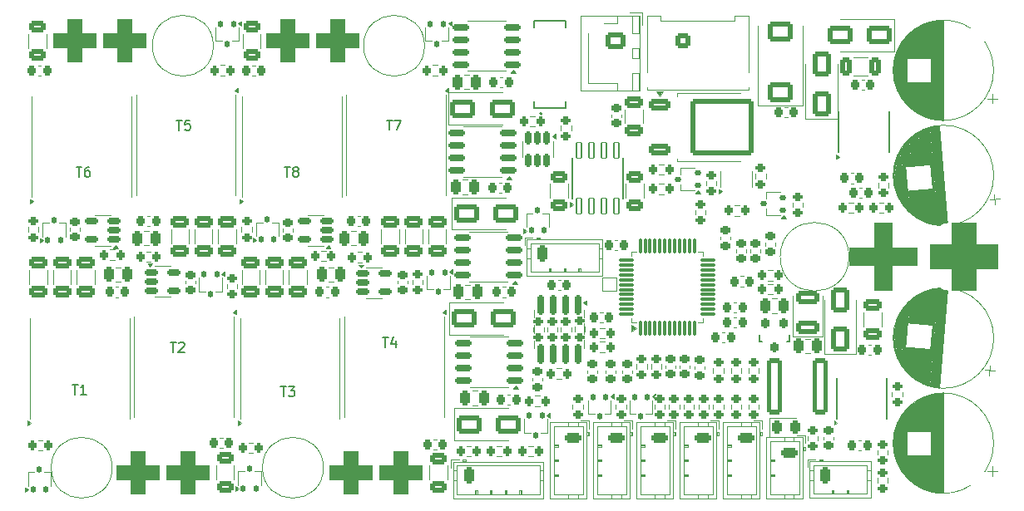
<source format=gto>
%TF.GenerationSoftware,KiCad,Pcbnew,9.0.2*%
%TF.CreationDate,2025-07-16T05:03:17+03:00*%
%TF.ProjectId,dcesc-ga25,64636573-632d-4676-9132-352e6b696361,rev?*%
%TF.SameCoordinates,Original*%
%TF.FileFunction,Legend,Top*%
%TF.FilePolarity,Positive*%
%FSLAX45Y45*%
G04 Gerber Fmt 4.5, Leading zero omitted, Abs format (unit mm)*
G04 Created by KiCad (PCBNEW 9.0.2) date 2025-07-16 05:03:17*
%MOMM*%
%LPD*%
G01*
G04 APERTURE LIST*
G04 Aperture macros list*
%AMRoundRect*
0 Rectangle with rounded corners*
0 $1 Rounding radius*
0 $2 $3 $4 $5 $6 $7 $8 $9 X,Y pos of 4 corners*
0 Add a 4 corners polygon primitive as box body*
4,1,4,$2,$3,$4,$5,$6,$7,$8,$9,$2,$3,0*
0 Add four circle primitives for the rounded corners*
1,1,$1+$1,$2,$3*
1,1,$1+$1,$4,$5*
1,1,$1+$1,$6,$7*
1,1,$1+$1,$8,$9*
0 Add four rect primitives between the rounded corners*
20,1,$1+$1,$2,$3,$4,$5,0*
20,1,$1+$1,$4,$5,$6,$7,0*
20,1,$1+$1,$6,$7,$8,$9,0*
20,1,$1+$1,$8,$9,$2,$3,0*%
%AMFreePoly0*
4,1,30,0.400000,-4.000000,-0.400000,-4.000000,-2.400000,-4.000000,-2.400000,-3.200000,-0.400000,-3.200000,-0.400000,-2.800000,-2.400000,-2.800000,-2.400000,-2.000000,-0.400000,-2.000000,-0.400000,-1.600000,-2.400000,-1.600000,-2.400000,-0.800000,-0.400000,-0.800000,-0.400000,-0.400000,-2.400000,-0.400000,-2.400000,0.400000,-0.400000,0.400000,-0.400000,0.800000,-2.400000,0.800000,-2.400000,1.600000,
-0.400000,1.600000,-0.400000,2.000000,-2.400000,2.000000,-2.400000,2.800000,-0.400000,2.800000,-0.400000,3.200000,-2.400000,3.200000,-2.400000,4.000000,0.400000,4.000000,0.400000,-4.000000,0.400000,-4.000000,$1*%
%AMFreePoly1*
4,1,13,2.850000,-5.050000,1.450000,-5.050000,1.450000,-4.350000,-1.450000,-4.350000,-1.450000,-4.850000,-5.150000,-4.850000,-5.150000,4.850000,-1.450000,4.850000,-1.450000,4.350000,1.450000,4.350000,1.450000,5.050000,2.850000,5.050000,2.850000,-5.050000,2.850000,-5.050000,$1*%
G04 Aperture macros list end*
%ADD10C,0.100000*%
%ADD11C,0.150000*%
%ADD12C,0.120000*%
%ADD13C,0.200000*%
%ADD14RoundRect,1.000000X0.000010X0.000010X-0.000010X0.000010X-0.000010X-0.000010X0.000010X-0.000010X0*%
%ADD15C,2.000000*%
%ADD16RoundRect,0.112500X0.237500X-0.112500X0.237500X0.112500X-0.237500X0.112500X-0.237500X-0.112500X0*%
%ADD17RoundRect,2.249998X-1.250002X-1.250002X1.250002X-1.250002X1.250002X1.250002X-1.250002X1.250002X0*%
%ADD18RoundRect,0.250000X-0.325000X-0.650000X0.325000X-0.650000X0.325000X0.650000X-0.325000X0.650000X0*%
%ADD19RoundRect,0.200000X0.275000X-0.200000X0.275000X0.200000X-0.275000X0.200000X-0.275000X-0.200000X0*%
%ADD20RoundRect,0.250000X0.250000X0.475000X-0.250000X0.475000X-0.250000X-0.475000X0.250000X-0.475000X0*%
%ADD21C,3.200000*%
%ADD22RoundRect,0.150000X0.675000X0.150000X-0.675000X0.150000X-0.675000X-0.150000X0.675000X-0.150000X0*%
%ADD23RoundRect,0.112500X-0.112500X-0.237500X0.112500X-0.237500X0.112500X0.237500X-0.112500X0.237500X0*%
%ADD24RoundRect,0.200000X0.200000X0.275000X-0.200000X0.275000X-0.200000X-0.275000X0.200000X-0.275000X0*%
%ADD25RoundRect,0.150000X-0.512500X-0.150000X0.512500X-0.150000X0.512500X0.150000X-0.512500X0.150000X0*%
%ADD26RoundRect,0.250000X-0.265000X-0.615000X0.265000X-0.615000X0.265000X0.615000X-0.265000X0.615000X0*%
%ADD27O,1.030000X1.730000*%
%ADD28RoundRect,0.225000X0.250000X-0.225000X0.250000X0.225000X-0.250000X0.225000X-0.250000X-0.225000X0*%
%ADD29RoundRect,0.200000X-0.275000X0.200000X-0.275000X-0.200000X0.275000X-0.200000X0.275000X0.200000X0*%
%ADD30RoundRect,0.200000X-0.200000X-0.275000X0.200000X-0.275000X0.200000X0.275000X-0.200000X0.275000X0*%
%ADD31RoundRect,0.150000X-0.150000X0.512500X-0.150000X-0.512500X0.150000X-0.512500X0.150000X0.512500X0*%
%ADD32RoundRect,0.250000X0.650000X-1.000000X0.650000X1.000000X-0.650000X1.000000X-0.650000X-1.000000X0*%
%ADD33RoundRect,0.150000X-0.150000X0.825000X-0.150000X-0.825000X0.150000X-0.825000X0.150000X0.825000X0*%
%ADD34RoundRect,0.250000X-1.000000X-0.650000X1.000000X-0.650000X1.000000X0.650000X-1.000000X0.650000X0*%
%ADD35C,1.020000*%
%ADD36RoundRect,0.250001X-0.499999X-0.499999X0.499999X-0.499999X0.499999X0.499999X-0.499999X0.499999X0*%
%ADD37C,1.500000*%
%ADD38R,0.510000X0.700000*%
%ADD39RoundRect,0.250000X-0.250000X-0.475000X0.250000X-0.475000X0.250000X0.475000X-0.250000X0.475000X0*%
%ADD40RoundRect,0.250000X0.625000X-0.312500X0.625000X0.312500X-0.625000X0.312500X-0.625000X-0.312500X0*%
%ADD41RoundRect,0.225000X-0.250000X0.225000X-0.250000X-0.225000X0.250000X-0.225000X0.250000X0.225000X0*%
%ADD42RoundRect,0.225000X0.225000X0.250000X-0.225000X0.250000X-0.225000X-0.250000X0.225000X-0.250000X0*%
%ADD43RoundRect,0.250000X1.000000X0.650000X-1.000000X0.650000X-1.000000X-0.650000X1.000000X-0.650000X0*%
%ADD44R,0.610000X1.910000*%
%ADD45R,1.550000X1.205000*%
%ADD46RoundRect,0.225000X-0.225000X-0.250000X0.225000X-0.250000X0.225000X0.250000X-0.225000X0.250000X0*%
%ADD47RoundRect,0.250000X-0.650000X0.325000X-0.650000X-0.325000X0.650000X-0.325000X0.650000X0.325000X0*%
%ADD48RoundRect,1.400000X0.800000X-0.800000X0.800000X0.800000X-0.800000X0.800000X-0.800000X-0.800000X0*%
%ADD49RoundRect,0.250000X0.550000X2.600000X-0.550000X2.600000X-0.550000X-2.600000X0.550000X-2.600000X0*%
%ADD50RoundRect,0.250000X-0.615000X0.265000X-0.615000X-0.265000X0.615000X-0.265000X0.615000X0.265000X0*%
%ADD51O,1.730000X1.030000*%
%ADD52RoundRect,0.150000X0.512500X0.150000X-0.512500X0.150000X-0.512500X-0.150000X0.512500X-0.150000X0*%
%ADD53R,0.800000X2.800000*%
%ADD54FreePoly0,270.000000*%
%ADD55FreePoly1,270.000000*%
%ADD56RoundRect,0.250000X0.650000X-0.325000X0.650000X0.325000X-0.650000X0.325000X-0.650000X-0.325000X0*%
%ADD57FreePoly0,90.000000*%
%ADD58FreePoly1,90.000000*%
%ADD59RoundRect,0.250000X1.045000X-0.785000X1.045000X0.785000X-1.045000X0.785000X-1.045000X-0.785000X0*%
%ADD60R,1.000000X1.000000*%
%ADD61RoundRect,0.112500X0.112500X0.237500X-0.112500X0.237500X-0.112500X-0.237500X0.112500X-0.237500X0*%
%ADD62RoundRect,0.250000X-0.625000X0.312500X-0.625000X-0.312500X0.625000X-0.312500X0.625000X0.312500X0*%
%ADD63RoundRect,0.218750X0.256250X-0.218750X0.256250X0.218750X-0.256250X0.218750X-0.256250X-0.218750X0*%
%ADD64R,3.100000X2.400000*%
%ADD65RoundRect,0.070000X0.250000X-0.800000X0.250000X0.800000X-0.250000X0.800000X-0.250000X-0.800000X0*%
%ADD66C,0.770000*%
%ADD67RoundRect,0.250000X0.945000X-0.420000X0.945000X0.420000X-0.945000X0.420000X-0.945000X-0.420000X0*%
%ADD68C,0.520000*%
%ADD69R,0.870000X0.300000*%
%ADD70O,1.100000X2.200000*%
%ADD71RoundRect,0.243750X-0.243750X-0.456250X0.243750X-0.456250X0.243750X0.456250X-0.243750X0.456250X0*%
%ADD72C,1.200000*%
%ADD73RoundRect,0.250000X-0.750000X0.600000X-0.750000X-0.600000X0.750000X-0.600000X0.750000X0.600000X0*%
%ADD74O,2.000000X1.700000*%
%ADD75RoundRect,2.559998X-0.940002X-0.940002X0.940002X-0.940002X0.940002X0.940002X-0.940002X0.940002X0*%
%ADD76RoundRect,1.000000X0.000011X0.000009X-0.000009X0.000011X-0.000011X-0.000009X0.000009X-0.000011X0*%
%ADD77RoundRect,0.250000X-0.850000X-0.350000X0.850000X-0.350000X0.850000X0.350000X-0.850000X0.350000X0*%
%ADD78RoundRect,0.249997X-2.950003X-2.650003X2.950003X-2.650003X2.950003X2.650003X-2.950003X2.650003X0*%
%ADD79RoundRect,0.075000X0.075000X-0.662500X0.075000X0.662500X-0.075000X0.662500X-0.075000X-0.662500X0*%
%ADD80RoundRect,0.075000X0.662500X-0.075000X0.662500X0.075000X-0.662500X0.075000X-0.662500X-0.075000X0*%
%ADD81RoundRect,1.000000X0.000009X0.000011X-0.000011X0.000009X-0.000009X-0.000011X0.000011X-0.000009X0*%
%ADD82RoundRect,0.200000X0.200000X0.300000X-0.200000X0.300000X-0.200000X-0.300000X0.200000X-0.300000X0*%
%ADD83R,1.600000X5.700000*%
%ADD84RoundRect,1.400000X-0.800000X0.800000X-0.800000X-0.800000X0.800000X-0.800000X0.800000X0.800000X0*%
G04 APERTURE END LIST*
D10*
X13100000Y-9650000D02*
G75*
G02*
X12480000Y-9650000I-310000J0D01*
G01*
X12480000Y-9650000D02*
G75*
G02*
X13100000Y-9650000I310000J0D01*
G01*
X11980000Y-5350000D02*
G75*
G02*
X11360000Y-5350000I-310000J0D01*
G01*
X11360000Y-5350000D02*
G75*
G02*
X11980000Y-5350000I310000J0D01*
G01*
X10950000Y-9650000D02*
G75*
G02*
X10330000Y-9650000I-310000J0D01*
G01*
X10330000Y-9650000D02*
G75*
G02*
X10950000Y-9650000I310000J0D01*
G01*
X14130000Y-5350000D02*
G75*
G02*
X13510000Y-5350000I-310000J0D01*
G01*
X13510000Y-5350000D02*
G75*
G02*
X14130000Y-5350000I310000J0D01*
G01*
X18450000Y-7500000D02*
G75*
G02*
X17750000Y-7500000I-350000J0D01*
G01*
X17750000Y-7500000D02*
G75*
G02*
X18450000Y-7500000I350000J0D01*
G01*
D11*
X13743809Y-6108482D02*
X13800952Y-6108482D01*
X13772381Y-6208482D02*
X13772381Y-6108482D01*
X13824762Y-6108482D02*
X13891428Y-6108482D01*
X13891428Y-6108482D02*
X13848571Y-6208482D01*
X12663809Y-8822482D02*
X12720952Y-8822482D01*
X12692381Y-8922482D02*
X12692381Y-8822482D01*
X12744762Y-8822482D02*
X12806667Y-8822482D01*
X12806667Y-8822482D02*
X12773333Y-8860577D01*
X12773333Y-8860577D02*
X12787619Y-8860577D01*
X12787619Y-8860577D02*
X12797143Y-8865339D01*
X12797143Y-8865339D02*
X12801905Y-8870101D01*
X12801905Y-8870101D02*
X12806667Y-8879625D01*
X12806667Y-8879625D02*
X12806667Y-8903434D01*
X12806667Y-8903434D02*
X12801905Y-8912958D01*
X12801905Y-8912958D02*
X12797143Y-8917720D01*
X12797143Y-8917720D02*
X12787619Y-8922482D01*
X12787619Y-8922482D02*
X12759048Y-8922482D01*
X12759048Y-8922482D02*
X12749524Y-8917720D01*
X12749524Y-8917720D02*
X12744762Y-8912958D01*
X12703809Y-6585482D02*
X12760952Y-6585482D01*
X12732381Y-6685482D02*
X12732381Y-6585482D01*
X12808571Y-6628339D02*
X12799048Y-6623577D01*
X12799048Y-6623577D02*
X12794286Y-6618815D01*
X12794286Y-6618815D02*
X12789524Y-6609291D01*
X12789524Y-6609291D02*
X12789524Y-6604529D01*
X12789524Y-6604529D02*
X12794286Y-6595006D01*
X12794286Y-6595006D02*
X12799048Y-6590244D01*
X12799048Y-6590244D02*
X12808571Y-6585482D01*
X12808571Y-6585482D02*
X12827619Y-6585482D01*
X12827619Y-6585482D02*
X12837143Y-6590244D01*
X12837143Y-6590244D02*
X12841905Y-6595006D01*
X12841905Y-6595006D02*
X12846667Y-6604529D01*
X12846667Y-6604529D02*
X12846667Y-6609291D01*
X12846667Y-6609291D02*
X12841905Y-6618815D01*
X12841905Y-6618815D02*
X12837143Y-6623577D01*
X12837143Y-6623577D02*
X12827619Y-6628339D01*
X12827619Y-6628339D02*
X12808571Y-6628339D01*
X12808571Y-6628339D02*
X12799048Y-6633101D01*
X12799048Y-6633101D02*
X12794286Y-6637863D01*
X12794286Y-6637863D02*
X12789524Y-6647387D01*
X12789524Y-6647387D02*
X12789524Y-6666434D01*
X12789524Y-6666434D02*
X12794286Y-6675958D01*
X12794286Y-6675958D02*
X12799048Y-6680720D01*
X12799048Y-6680720D02*
X12808571Y-6685482D01*
X12808571Y-6685482D02*
X12827619Y-6685482D01*
X12827619Y-6685482D02*
X12837143Y-6680720D01*
X12837143Y-6680720D02*
X12841905Y-6675958D01*
X12841905Y-6675958D02*
X12846667Y-6666434D01*
X12846667Y-6666434D02*
X12846667Y-6647387D01*
X12846667Y-6647387D02*
X12841905Y-6637863D01*
X12841905Y-6637863D02*
X12837143Y-6633101D01*
X12837143Y-6633101D02*
X12827619Y-6628339D01*
X11603809Y-6110482D02*
X11660952Y-6110482D01*
X11632381Y-6210482D02*
X11632381Y-6110482D01*
X11741905Y-6110482D02*
X11694286Y-6110482D01*
X11694286Y-6110482D02*
X11689524Y-6158101D01*
X11689524Y-6158101D02*
X11694286Y-6153339D01*
X11694286Y-6153339D02*
X11703809Y-6148577D01*
X11703809Y-6148577D02*
X11727619Y-6148577D01*
X11727619Y-6148577D02*
X11737143Y-6153339D01*
X11737143Y-6153339D02*
X11741905Y-6158101D01*
X11741905Y-6158101D02*
X11746667Y-6167625D01*
X11746667Y-6167625D02*
X11746667Y-6191434D01*
X11746667Y-6191434D02*
X11741905Y-6200958D01*
X11741905Y-6200958D02*
X11737143Y-6205720D01*
X11737143Y-6205720D02*
X11727619Y-6210482D01*
X11727619Y-6210482D02*
X11703809Y-6210482D01*
X11703809Y-6210482D02*
X11694286Y-6205720D01*
X11694286Y-6205720D02*
X11689524Y-6200958D01*
X10543810Y-8802482D02*
X10600952Y-8802482D01*
X10572381Y-8902482D02*
X10572381Y-8802482D01*
X10686667Y-8902482D02*
X10629524Y-8902482D01*
X10658095Y-8902482D02*
X10658095Y-8802482D01*
X10658095Y-8802482D02*
X10648571Y-8816768D01*
X10648571Y-8816768D02*
X10639048Y-8826291D01*
X10639048Y-8826291D02*
X10629524Y-8831053D01*
X13703809Y-8320482D02*
X13760952Y-8320482D01*
X13732381Y-8420482D02*
X13732381Y-8320482D01*
X13837143Y-8353815D02*
X13837143Y-8420482D01*
X13813333Y-8315720D02*
X13789524Y-8387148D01*
X13789524Y-8387148D02*
X13851428Y-8387148D01*
X10583810Y-6585482D02*
X10640952Y-6585482D01*
X10612381Y-6685482D02*
X10612381Y-6585482D01*
X10717143Y-6585482D02*
X10698095Y-6585482D01*
X10698095Y-6585482D02*
X10688571Y-6590244D01*
X10688571Y-6590244D02*
X10683810Y-6595006D01*
X10683810Y-6595006D02*
X10674286Y-6609291D01*
X10674286Y-6609291D02*
X10669524Y-6628339D01*
X10669524Y-6628339D02*
X10669524Y-6666434D01*
X10669524Y-6666434D02*
X10674286Y-6675958D01*
X10674286Y-6675958D02*
X10679048Y-6680720D01*
X10679048Y-6680720D02*
X10688571Y-6685482D01*
X10688571Y-6685482D02*
X10707619Y-6685482D01*
X10707619Y-6685482D02*
X10717143Y-6680720D01*
X10717143Y-6680720D02*
X10721905Y-6675958D01*
X10721905Y-6675958D02*
X10726667Y-6666434D01*
X10726667Y-6666434D02*
X10726667Y-6642625D01*
X10726667Y-6642625D02*
X10721905Y-6633101D01*
X10721905Y-6633101D02*
X10717143Y-6628339D01*
X10717143Y-6628339D02*
X10707619Y-6623577D01*
X10707619Y-6623577D02*
X10688571Y-6623577D01*
X10688571Y-6623577D02*
X10679048Y-6628339D01*
X10679048Y-6628339D02*
X10674286Y-6633101D01*
X10674286Y-6633101D02*
X10669524Y-6642625D01*
X11543809Y-8370482D02*
X11600952Y-8370482D01*
X11572381Y-8470482D02*
X11572381Y-8370482D01*
X11629524Y-8380006D02*
X11634286Y-8375244D01*
X11634286Y-8375244D02*
X11643809Y-8370482D01*
X11643809Y-8370482D02*
X11667619Y-8370482D01*
X11667619Y-8370482D02*
X11677143Y-8375244D01*
X11677143Y-8375244D02*
X11681905Y-8380006D01*
X11681905Y-8380006D02*
X11686667Y-8389530D01*
X11686667Y-8389530D02*
X11686667Y-8399053D01*
X11686667Y-8399053D02*
X11681905Y-8413339D01*
X11681905Y-8413339D02*
X11624762Y-8470482D01*
X11624762Y-8470482D02*
X11686667Y-8470482D01*
D12*
%TO.C,C65*%
X18902000Y-5659900D02*
X18902000Y-5540100D01*
X18906000Y-5686200D02*
X18906000Y-5513800D01*
X18910000Y-5706200D02*
X18910000Y-5493800D01*
X18914000Y-5723000D02*
X18914000Y-5477000D01*
X18918000Y-5737700D02*
X18918000Y-5462300D01*
X18922000Y-5750900D02*
X18922000Y-5449100D01*
X18926000Y-5763000D02*
X18926000Y-5437000D01*
X18930000Y-5774200D02*
X18930000Y-5425800D01*
X18934000Y-5784600D02*
X18934000Y-5415400D01*
X18938000Y-5794400D02*
X18938000Y-5405600D01*
X18942000Y-5803700D02*
X18942000Y-5396300D01*
X18946000Y-5812400D02*
X18946000Y-5387600D01*
X18950000Y-5820800D02*
X18950000Y-5379200D01*
X18954000Y-5828800D02*
X18954000Y-5371200D01*
X18958000Y-5836500D02*
X18958000Y-5363500D01*
X18962000Y-5843900D02*
X18962000Y-5356100D01*
X18966000Y-5851000D02*
X18966000Y-5349000D01*
X18970000Y-5857800D02*
X18970000Y-5342200D01*
X18974000Y-5864400D02*
X18974000Y-5335600D01*
X18978000Y-5870800D02*
X18978000Y-5329200D01*
X18982000Y-5877000D02*
X18982000Y-5323000D01*
X18986000Y-5883000D02*
X18986000Y-5317000D01*
X18990000Y-5888800D02*
X18990000Y-5311200D01*
X18994000Y-5894500D02*
X18994000Y-5305500D01*
X18998000Y-5900000D02*
X18998000Y-5300000D01*
X19002000Y-5905300D02*
X19002000Y-5294700D01*
X19006000Y-5910500D02*
X19006000Y-5289500D01*
X19010000Y-5915600D02*
X19010000Y-5284400D01*
X19014000Y-5920500D02*
X19014000Y-5279500D01*
X19018000Y-5925400D02*
X19018000Y-5274600D01*
X19022000Y-5930100D02*
X19022000Y-5269900D01*
X19026000Y-5934700D02*
X19026000Y-5265300D01*
X19030000Y-5939100D02*
X19030000Y-5260900D01*
X19034000Y-5943500D02*
X19034000Y-5256500D01*
X19038000Y-5476000D02*
X19038000Y-5252200D01*
X19038000Y-5947800D02*
X19038000Y-5724000D01*
X19042000Y-5952000D02*
X19042000Y-5724000D01*
X19042000Y-5476000D02*
X19042000Y-5248000D01*
X19046000Y-5476000D02*
X19046000Y-5243900D01*
X19046000Y-5956100D02*
X19046000Y-5724000D01*
X19050000Y-5476000D02*
X19050000Y-5239900D01*
X19050000Y-5960100D02*
X19050000Y-5724000D01*
X19054000Y-5476000D02*
X19054000Y-5236000D01*
X19054000Y-5964000D02*
X19054000Y-5724000D01*
X19058000Y-5476000D02*
X19058000Y-5232200D01*
X19058000Y-5967800D02*
X19058000Y-5724000D01*
X19062000Y-5476000D02*
X19062000Y-5228400D01*
X19062000Y-5971600D02*
X19062000Y-5724000D01*
X19066000Y-5476000D02*
X19066000Y-5224800D01*
X19066000Y-5975200D02*
X19066000Y-5724000D01*
X19070000Y-5476000D02*
X19070000Y-5221200D01*
X19070000Y-5978800D02*
X19070000Y-5724000D01*
X19074000Y-5476000D02*
X19074000Y-5217700D01*
X19074000Y-5982300D02*
X19074000Y-5724000D01*
X19078000Y-5476000D02*
X19078000Y-5214200D01*
X19078000Y-5985800D02*
X19078000Y-5724000D01*
X19082000Y-5476000D02*
X19082000Y-5210900D01*
X19082000Y-5989100D02*
X19082000Y-5724000D01*
X19086000Y-5476000D02*
X19086000Y-5207600D01*
X19086000Y-5992400D02*
X19086000Y-5724000D01*
X19090000Y-5476000D02*
X19090000Y-5204300D01*
X19090000Y-5995700D02*
X19090000Y-5724000D01*
X19094000Y-5476000D02*
X19094000Y-5201200D01*
X19094000Y-5998800D02*
X19094000Y-5724000D01*
X19098000Y-5476000D02*
X19098000Y-5198000D01*
X19098000Y-6002000D02*
X19098000Y-5724000D01*
X19102000Y-5476000D02*
X19102000Y-5195000D01*
X19102000Y-6005000D02*
X19102000Y-5724000D01*
X19106000Y-5476000D02*
X19106000Y-5192000D01*
X19106000Y-6008000D02*
X19106000Y-5724000D01*
X19110000Y-5476000D02*
X19110000Y-5189100D01*
X19110000Y-6010900D02*
X19110000Y-5724000D01*
X19114000Y-5476000D02*
X19114000Y-5186200D01*
X19114000Y-6013800D02*
X19114000Y-5724000D01*
X19118000Y-5476000D02*
X19118000Y-5183400D01*
X19118000Y-6016600D02*
X19118000Y-5724000D01*
X19122000Y-5476000D02*
X19122000Y-5180700D01*
X19122000Y-6019300D02*
X19122000Y-5724000D01*
X19126000Y-5476000D02*
X19126000Y-5178000D01*
X19126000Y-6022000D02*
X19126000Y-5724000D01*
X19130000Y-5476000D02*
X19130000Y-5175300D01*
X19130000Y-6024700D02*
X19130000Y-5724000D01*
X19134000Y-5476000D02*
X19134000Y-5172800D01*
X19134000Y-6027200D02*
X19134000Y-5724000D01*
X19138000Y-5476000D02*
X19138000Y-5170200D01*
X19138000Y-6029800D02*
X19138000Y-5724000D01*
X19142000Y-5476000D02*
X19142000Y-5167700D01*
X19142000Y-6032300D02*
X19142000Y-5724000D01*
X19146000Y-6034700D02*
X19146000Y-5724000D01*
X19146000Y-5476000D02*
X19146000Y-5165300D01*
X19150000Y-5476000D02*
X19150000Y-5162900D01*
X19150000Y-6037100D02*
X19150000Y-5724000D01*
X19154000Y-5476000D02*
X19154000Y-5160600D01*
X19154000Y-6039400D02*
X19154000Y-5724000D01*
X19158000Y-5476000D02*
X19158000Y-5158300D01*
X19158000Y-6041700D02*
X19158000Y-5724000D01*
X19162000Y-5476000D02*
X19162000Y-5156100D01*
X19162000Y-6043900D02*
X19162000Y-5724000D01*
X19166000Y-5476000D02*
X19166000Y-5153900D01*
X19166000Y-6046100D02*
X19166000Y-5724000D01*
X19170000Y-5476000D02*
X19170000Y-5151700D01*
X19170000Y-6048300D02*
X19170000Y-5724000D01*
X19174000Y-5476000D02*
X19174000Y-5149600D01*
X19174000Y-6050400D02*
X19174000Y-5724000D01*
X19178000Y-5476000D02*
X19178000Y-5147600D01*
X19178000Y-6052400D02*
X19178000Y-5724000D01*
X19182000Y-5476000D02*
X19182000Y-5145600D01*
X19182000Y-6054400D02*
X19182000Y-5724000D01*
X19186000Y-5476000D02*
X19186000Y-5143600D01*
X19186000Y-6056400D02*
X19186000Y-5724000D01*
X19190000Y-5476000D02*
X19190000Y-5141700D01*
X19190000Y-6058300D02*
X19190000Y-5724000D01*
X19194000Y-5476000D02*
X19194000Y-5139800D01*
X19194000Y-6060200D02*
X19194000Y-5724000D01*
X19198000Y-5476000D02*
X19198000Y-5138000D01*
X19198000Y-6062000D02*
X19198000Y-5724000D01*
X19202000Y-5476000D02*
X19202000Y-5136200D01*
X19202000Y-6063800D02*
X19202000Y-5724000D01*
X19206000Y-5476000D02*
X19206000Y-5134400D01*
X19206000Y-6065600D02*
X19206000Y-5724000D01*
X19210000Y-6067300D02*
X19210000Y-5724000D01*
X19210000Y-5476000D02*
X19210000Y-5132700D01*
X19214000Y-5476000D02*
X19214000Y-5131000D01*
X19214000Y-6069000D02*
X19214000Y-5724000D01*
X19218000Y-5476000D02*
X19218000Y-5129400D01*
X19218000Y-6070600D02*
X19218000Y-5724000D01*
X19222000Y-5476000D02*
X19222000Y-5127800D01*
X19222000Y-6072200D02*
X19222000Y-5724000D01*
X19226000Y-5476000D02*
X19226000Y-5126200D01*
X19226000Y-6073800D02*
X19226000Y-5724000D01*
X19230000Y-5476000D02*
X19230000Y-5124700D01*
X19230000Y-6075300D02*
X19230000Y-5724000D01*
X19234000Y-6076800D02*
X19234000Y-5724000D01*
X19234000Y-5476000D02*
X19234000Y-5123200D01*
X19238000Y-5476000D02*
X19238000Y-5121800D01*
X19238000Y-6078200D02*
X19238000Y-5724000D01*
X19242000Y-5476000D02*
X19242000Y-5120300D01*
X19242000Y-6079700D02*
X19242000Y-5724000D01*
X19246000Y-5476000D02*
X19246000Y-5119000D01*
X19246000Y-6081000D02*
X19246000Y-5724000D01*
X19250000Y-5476000D02*
X19250000Y-5117600D01*
X19250000Y-6082400D02*
X19250000Y-5724000D01*
X19254000Y-5476000D02*
X19254000Y-5116300D01*
X19254000Y-6083700D02*
X19254000Y-5724000D01*
X19258000Y-5476000D02*
X19258000Y-5115100D01*
X19258000Y-6084900D02*
X19258000Y-5724000D01*
X19262000Y-5476000D02*
X19262000Y-5113900D01*
X19262000Y-6086100D02*
X19262000Y-5724000D01*
X19266000Y-5476000D02*
X19266000Y-5112700D01*
X19266000Y-6087300D02*
X19266000Y-5724000D01*
X19270000Y-5476000D02*
X19270000Y-5111500D01*
X19270000Y-6088500D02*
X19270000Y-5724000D01*
X19274000Y-5476000D02*
X19274000Y-5110400D01*
X19274000Y-6089600D02*
X19274000Y-5724000D01*
X19278000Y-6090700D02*
X19278000Y-5724000D01*
X19278000Y-5476000D02*
X19278000Y-5109300D01*
X19282000Y-6091700D02*
X19282000Y-5724000D01*
X19282000Y-5476000D02*
X19282000Y-5108300D01*
X19286000Y-6092800D02*
X19286000Y-5107200D01*
X19290000Y-6093700D02*
X19290000Y-5106300D01*
X19294000Y-6094700D02*
X19294000Y-5105300D01*
X19298000Y-6095600D02*
X19298000Y-5104400D01*
X19302000Y-6096500D02*
X19302000Y-5103500D01*
X19306000Y-6097300D02*
X19306000Y-5102700D01*
X19310000Y-6098100D02*
X19310000Y-5101900D01*
X19314000Y-6098900D02*
X19314000Y-5101100D01*
X19318000Y-6099700D02*
X19318000Y-5100300D01*
X19322000Y-6100400D02*
X19322000Y-5099600D01*
X19326000Y-6101100D02*
X19326000Y-5098900D01*
X19330000Y-6101700D02*
X19330000Y-5098300D01*
X19334000Y-6102300D02*
X19334000Y-5097700D01*
X19338000Y-6102900D02*
X19338000Y-5097100D01*
X19342000Y-6103500D02*
X19342000Y-5096500D01*
X19346000Y-6104000D02*
X19346000Y-5096000D01*
X19350000Y-6104500D02*
X19350000Y-5095500D01*
X19354000Y-6104900D02*
X19354000Y-5095100D01*
X19358000Y-6105400D02*
X19358000Y-5094600D01*
X19362000Y-6105700D02*
X19362000Y-5094300D01*
X19366000Y-6106100D02*
X19366000Y-5093900D01*
X19370000Y-6106400D02*
X19370000Y-5093600D01*
X19374000Y-6106700D02*
X19374000Y-5093300D01*
X19378000Y-6107000D02*
X19378000Y-5093000D01*
X19382000Y-6107200D02*
X19382000Y-5092800D01*
X19386000Y-6107400D02*
X19386000Y-5092600D01*
X19390000Y-6107600D02*
X19390000Y-5092400D01*
X19394000Y-6107700D02*
X19394000Y-5092300D01*
X19398000Y-6107900D02*
X19398000Y-5092100D01*
X19402000Y-6107900D02*
X19402000Y-5092100D01*
X19406000Y-6108000D02*
X19406000Y-5092000D01*
X19410000Y-6108000D02*
X19410000Y-5092000D01*
X19907965Y-5937500D02*
X19907965Y-5837500D01*
X19957965Y-5887500D02*
X19857965Y-5887500D01*
X19922000Y-5600000D02*
G75*
G02*
X18898000Y-5600000I-512000J0D01*
G01*
X18898000Y-5600000D02*
G75*
G02*
X19922000Y-5600000I512000J0D01*
G01*
%TO.C,T9*%
X17607000Y-6910000D02*
X17607000Y-6844000D01*
X17607000Y-7076000D02*
X17607000Y-7010000D01*
X17748000Y-6844000D02*
X17607000Y-6844000D01*
X17748000Y-7076000D02*
X17607000Y-7076000D01*
X17809000Y-7107000D02*
X17761000Y-7107000D01*
X17785000Y-7074000D01*
X17809000Y-7107000D01*
G36*
X17809000Y-7107000D02*
G01*
X17761000Y-7107000D01*
X17785000Y-7074000D01*
X17809000Y-7107000D01*
G37*
%TO.C,C1*%
X18498875Y-5469000D02*
X18641125Y-5469000D01*
X18498875Y-5651000D02*
X18641125Y-5651000D01*
%TO.C,R30*%
X17427750Y-9053726D02*
X17427750Y-9006274D01*
X17532250Y-9053726D02*
X17532250Y-9006274D01*
%TO.C,C51*%
X11326125Y-7236500D02*
X11273875Y-7236500D01*
X11326125Y-7383500D02*
X11273875Y-7383500D01*
%TO.C,U12*%
X14762500Y-5094000D02*
X14567500Y-5094000D01*
X14762500Y-5094000D02*
X14957500Y-5094000D01*
X14762500Y-5606000D02*
X14567500Y-5606000D01*
X14762500Y-5606000D02*
X14957500Y-5606000D01*
X15056500Y-5629500D02*
X15008500Y-5629500D01*
X15032500Y-5596500D01*
X15056500Y-5629500D01*
G36*
X15056500Y-5629500D02*
G01*
X15008500Y-5629500D01*
X15032500Y-5596500D01*
X15056500Y-5629500D01*
G37*
%TO.C,D9*%
X12234000Y-9687000D02*
X12300000Y-9687000D01*
X12234000Y-9828000D02*
X12234000Y-9687000D01*
X12400000Y-9687000D02*
X12466000Y-9687000D01*
X12466000Y-9828000D02*
X12466000Y-9687000D01*
X12236000Y-9865000D02*
X12203000Y-9889000D01*
X12203000Y-9841000D01*
X12236000Y-9865000D01*
G36*
X12236000Y-9865000D02*
G01*
X12203000Y-9889000D01*
X12203000Y-9841000D01*
X12236000Y-9865000D01*
G37*
%TO.C,R43*%
X10243726Y-9367750D02*
X10196274Y-9367750D01*
X10243726Y-9472250D02*
X10196274Y-9472250D01*
%TO.C,R31*%
X17247750Y-9053726D02*
X17247750Y-9006274D01*
X17352250Y-9053726D02*
X17352250Y-9006274D01*
%TO.C,U6*%
X13615000Y-7609000D02*
X13535000Y-7609000D01*
X13615000Y-7609000D02*
X13695000Y-7609000D01*
X13615000Y-7921000D02*
X13535000Y-7921000D01*
X13615000Y-7921000D02*
X13695000Y-7921000D01*
X13485000Y-7614000D02*
X13461000Y-7581000D01*
X13509000Y-7581000D01*
X13485000Y-7614000D01*
G36*
X13485000Y-7614000D02*
G01*
X13461000Y-7581000D01*
X13509000Y-7581000D01*
X13485000Y-7614000D01*
G37*
%TO.C,X8*%
X18029000Y-9564000D02*
X18029000Y-9644000D01*
X18049000Y-9584000D02*
X18049000Y-9956000D01*
X18049000Y-9675000D02*
X18089000Y-9675000D01*
X18049000Y-9775000D02*
X18089000Y-9775000D01*
X18049000Y-9956000D02*
X18671000Y-9956000D01*
X18089000Y-9624000D02*
X18089000Y-9916000D01*
X18089000Y-9916000D02*
X18631000Y-9916000D01*
X18109000Y-9564000D02*
X18029000Y-9564000D01*
X18150000Y-9564000D02*
X18150000Y-9584000D01*
X18180000Y-9564000D02*
X18150000Y-9564000D01*
X18180000Y-9574000D02*
X18150000Y-9574000D01*
X18180000Y-9584000D02*
X18180000Y-9564000D01*
X18275000Y-9876000D02*
X18295000Y-9876000D01*
X18275000Y-9916000D02*
X18275000Y-9876000D01*
X18285000Y-9916000D02*
X18285000Y-9876000D01*
X18295000Y-9876000D02*
X18295000Y-9916000D01*
X18425000Y-9876000D02*
X18445000Y-9876000D01*
X18425000Y-9916000D02*
X18425000Y-9876000D01*
X18435000Y-9916000D02*
X18435000Y-9876000D01*
X18445000Y-9876000D02*
X18445000Y-9916000D01*
X18631000Y-9624000D02*
X18089000Y-9624000D01*
X18631000Y-9916000D02*
X18631000Y-9624000D01*
X18671000Y-9584000D02*
X18049000Y-9584000D01*
X18671000Y-9675000D02*
X18631000Y-9675000D01*
X18671000Y-9775000D02*
X18631000Y-9775000D01*
X18671000Y-9956000D02*
X18671000Y-9584000D01*
%TO.C,C25*%
X17449000Y-7454058D02*
X17449000Y-7425942D01*
X17551000Y-7454058D02*
X17551000Y-7425942D01*
%TO.C,R2*%
X18747750Y-6746274D02*
X18747750Y-6793726D01*
X18852250Y-6746274D02*
X18852250Y-6793726D01*
%TO.C,R13*%
X17286274Y-6977750D02*
X17333726Y-6977750D01*
X17286274Y-7082250D02*
X17333726Y-7082250D01*
%TO.C,U15*%
X15124000Y-6403750D02*
X15124000Y-6323750D01*
X15124000Y-6403750D02*
X15124000Y-6483750D01*
X15436000Y-6403750D02*
X15436000Y-6323750D01*
X15436000Y-6403750D02*
X15436000Y-6483750D01*
X15464000Y-6297750D02*
X15431000Y-6273750D01*
X15464000Y-6249750D01*
X15464000Y-6297750D01*
G36*
X15464000Y-6297750D02*
G01*
X15431000Y-6273750D01*
X15464000Y-6249750D01*
X15464000Y-6297750D01*
G37*
%TO.C,D2*%
X18005000Y-6091000D02*
X18005000Y-5540000D01*
X18005000Y-6091000D02*
X18335000Y-6091000D01*
X18335000Y-6091000D02*
X18335000Y-5540000D01*
%TO.C,U14*%
X15244000Y-8240000D02*
X15244000Y-8045000D01*
X15244000Y-8240000D02*
X15244000Y-8435000D01*
X15756000Y-8240000D02*
X15756000Y-8045000D01*
X15756000Y-8240000D02*
X15756000Y-8435000D01*
X15779500Y-7994000D02*
X15746500Y-7970000D01*
X15779500Y-7946000D01*
X15779500Y-7994000D01*
G36*
X15779500Y-7994000D02*
G01*
X15746500Y-7970000D01*
X15779500Y-7946000D01*
X15779500Y-7994000D01*
G37*
%TO.C,D17*%
X14409000Y-6895000D02*
X14409000Y-7225000D01*
X14409000Y-6895000D02*
X14960000Y-6895000D01*
X14409000Y-7225000D02*
X14960000Y-7225000D01*
%TO.C,X1*%
X16391500Y-5042000D02*
X16533500Y-5042000D01*
X16391500Y-5617000D02*
X16391500Y-5042000D01*
X16391500Y-5771000D02*
X16391500Y-5801000D01*
X16391500Y-5801000D02*
X17428500Y-5801000D01*
X16533500Y-5042000D02*
X16533500Y-5092000D01*
X16533500Y-5092000D02*
X17286500Y-5092000D01*
X17286500Y-5042000D02*
X17428500Y-5042000D01*
X17286500Y-5092000D02*
X17286500Y-5042000D01*
X17428500Y-5042000D02*
X17428500Y-5617000D01*
X17428500Y-5801000D02*
X17428500Y-5771000D01*
%TO.C,D14*%
X12414000Y-7149500D02*
X12480000Y-7149500D01*
X12414000Y-7290500D02*
X12414000Y-7149500D01*
X12580000Y-7149500D02*
X12646000Y-7149500D01*
X12646000Y-7290500D02*
X12646000Y-7149500D01*
X12416000Y-7327500D02*
X12383000Y-7351500D01*
X12383000Y-7303500D01*
X12416000Y-7327500D01*
G36*
X12416000Y-7327500D02*
G01*
X12383000Y-7351500D01*
X12383000Y-7303500D01*
X12416000Y-7327500D01*
G37*
%TO.C,R19*%
X14913726Y-9427750D02*
X14866274Y-9427750D01*
X14913726Y-9532250D02*
X14866274Y-9532250D01*
%TO.C,T11*%
X17140000Y-6790000D02*
X17140000Y-6630000D01*
X17460000Y-6790000D02*
X17460000Y-6630000D01*
X17155000Y-6835000D02*
X17122000Y-6859000D01*
X17122000Y-6811000D01*
X17155000Y-6835000D01*
G36*
X17155000Y-6835000D02*
G01*
X17122000Y-6859000D01*
X17122000Y-6811000D01*
X17155000Y-6835000D01*
G37*
%TO.C,C50*%
X13153875Y-7606500D02*
X13206125Y-7606500D01*
X13153875Y-7753500D02*
X13206125Y-7753500D01*
%TO.C,R54*%
X12279000Y-5372706D02*
X12279000Y-5227294D01*
X12461000Y-5372706D02*
X12461000Y-5227294D01*
%TO.C,R56*%
X15517750Y-6213726D02*
X15517750Y-6166274D01*
X15622250Y-6213726D02*
X15622250Y-6166274D01*
%TO.C,C15*%
X16029000Y-6076558D02*
X16029000Y-6048442D01*
X16131000Y-6076558D02*
X16131000Y-6048442D01*
%TO.C,C44*%
X16729000Y-8605942D02*
X16729000Y-8634058D01*
X16831000Y-8605942D02*
X16831000Y-8634058D01*
%TO.C,R12*%
X17877750Y-6993726D02*
X17877750Y-6946274D01*
X17982250Y-6993726D02*
X17982250Y-6946274D01*
%TO.C,C21*%
X16094058Y-7329000D02*
X16065942Y-7329000D01*
X16094058Y-7431000D02*
X16065942Y-7431000D01*
%TO.C,D1*%
X18911000Y-5075000D02*
X18360000Y-5075000D01*
X18911000Y-5405000D02*
X18360000Y-5405000D01*
X18911000Y-5405000D02*
X18911000Y-5075000D01*
D11*
%TO.C,U2*%
X18322500Y-9147500D02*
X18322500Y-8732500D01*
X18837500Y-9147500D02*
X18837500Y-8732500D01*
D12*
X18330000Y-9190000D02*
X18297000Y-9214000D01*
X18297000Y-9166000D01*
X18330000Y-9190000D01*
G36*
X18330000Y-9190000D02*
G01*
X18297000Y-9214000D01*
X18297000Y-9166000D01*
X18330000Y-9190000D01*
G37*
%TO.C,C13*%
X17663875Y-7926500D02*
X17716125Y-7926500D01*
X17663875Y-8073500D02*
X17716125Y-8073500D01*
%TO.C,C5*%
X18494058Y-6649000D02*
X18465942Y-6649000D01*
X18494058Y-6751000D02*
X18465942Y-6751000D01*
%TO.C,C4*%
X18645942Y-8399250D02*
X18674058Y-8399250D01*
X18645942Y-8501250D02*
X18674058Y-8501250D01*
%TO.C,C62*%
X14169000Y-7218875D02*
X14169000Y-7361125D01*
X14351000Y-7218875D02*
X14351000Y-7361125D01*
%TO.C,R45*%
X12383726Y-9397750D02*
X12336274Y-9397750D01*
X12383726Y-9502250D02*
X12336274Y-9502250D01*
%TO.C,C52*%
X13436125Y-7236500D02*
X13383875Y-7236500D01*
X13436125Y-7383500D02*
X13383875Y-7383500D01*
%TO.C,X5*%
X16729000Y-9189000D02*
X16729000Y-9961000D01*
X16729000Y-9961000D02*
X17101000Y-9961000D01*
X16769000Y-9229000D02*
X16769000Y-9921000D01*
X16769000Y-9415000D02*
X16809000Y-9415000D01*
X16769000Y-9425000D02*
X16809000Y-9425000D01*
X16769000Y-9565000D02*
X16809000Y-9565000D01*
X16769000Y-9575000D02*
X16809000Y-9575000D01*
X16769000Y-9715000D02*
X16809000Y-9715000D01*
X16769000Y-9725000D02*
X16809000Y-9725000D01*
X16769000Y-9921000D02*
X17061000Y-9921000D01*
X16809000Y-9415000D02*
X16809000Y-9435000D01*
X16809000Y-9435000D02*
X16769000Y-9435000D01*
X16809000Y-9565000D02*
X16809000Y-9585000D01*
X16809000Y-9585000D02*
X16769000Y-9585000D01*
X16809000Y-9715000D02*
X16809000Y-9735000D01*
X16809000Y-9735000D02*
X16769000Y-9735000D01*
X16910000Y-9189000D02*
X16910000Y-9229000D01*
X16910000Y-9961000D02*
X16910000Y-9921000D01*
X17010000Y-9189000D02*
X17010000Y-9229000D01*
X17010000Y-9961000D02*
X17010000Y-9921000D01*
X17061000Y-9229000D02*
X16769000Y-9229000D01*
X17061000Y-9921000D02*
X17061000Y-9229000D01*
X17101000Y-9189000D02*
X16729000Y-9189000D01*
X17101000Y-9320000D02*
X17121000Y-9320000D01*
X17101000Y-9961000D02*
X17101000Y-9189000D01*
X17111000Y-9320000D02*
X17111000Y-9290000D01*
X17121000Y-9169000D02*
X17041000Y-9169000D01*
X17121000Y-9249000D02*
X17121000Y-9169000D01*
X17121000Y-9290000D02*
X17101000Y-9290000D01*
X17121000Y-9320000D02*
X17121000Y-9290000D01*
%TO.C,R53*%
X10099000Y-5372706D02*
X10099000Y-5227294D01*
X10281000Y-5372706D02*
X10281000Y-5227294D01*
%TO.C,R1*%
X18446274Y-6947750D02*
X18493726Y-6947750D01*
X18446274Y-7052250D02*
X18493726Y-7052250D01*
%TO.C,R9*%
X16516274Y-6757750D02*
X16563726Y-6757750D01*
X16516274Y-6862250D02*
X16563726Y-6862250D01*
D11*
%TO.C,U1*%
X18342500Y-6437500D02*
X18342500Y-6022500D01*
X18857500Y-6437500D02*
X18857500Y-6022500D01*
D12*
X18350000Y-6480000D02*
X18317000Y-6504000D01*
X18317000Y-6456000D01*
X18350000Y-6480000D01*
G36*
X18350000Y-6480000D02*
G01*
X18317000Y-6504000D01*
X18317000Y-6456000D01*
X18350000Y-6480000D01*
G37*
%TO.C,U7*%
X10853750Y-7074000D02*
X10773750Y-7074000D01*
X10853750Y-7074000D02*
X10933750Y-7074000D01*
X10853750Y-7386000D02*
X10773750Y-7386000D01*
X10853750Y-7386000D02*
X10933750Y-7386000D01*
X11007750Y-7414000D02*
X10959750Y-7414000D01*
X10983750Y-7381000D01*
X11007750Y-7414000D01*
G36*
X11007750Y-7414000D02*
G01*
X10959750Y-7414000D01*
X10983750Y-7381000D01*
X11007750Y-7414000D01*
G37*
%TO.C,T10*%
X16737000Y-6660000D02*
X16737000Y-6594000D01*
X16737000Y-6826000D02*
X16737000Y-6760000D01*
X16878000Y-6594000D02*
X16737000Y-6594000D01*
X16878000Y-6826000D02*
X16737000Y-6826000D01*
X16939000Y-6857000D02*
X16891000Y-6857000D01*
X16915000Y-6824000D01*
X16939000Y-6857000D01*
G36*
X16939000Y-6857000D02*
G01*
X16891000Y-6857000D01*
X16915000Y-6824000D01*
X16939000Y-6857000D01*
G37*
%TO.C,T7*%
X13334000Y-5850000D02*
X13334000Y-6877000D01*
X14346000Y-5850000D02*
X14346000Y-6877000D01*
X14369000Y-5828000D02*
X14336000Y-5804000D01*
X14369000Y-5780000D01*
X14369000Y-5828000D01*
G36*
X14369000Y-5828000D02*
G01*
X14336000Y-5804000D01*
X14369000Y-5780000D01*
X14369000Y-5828000D01*
G37*
%TO.C,C42*%
X17155942Y-8269000D02*
X17184058Y-8269000D01*
X17155942Y-8371000D02*
X17184058Y-8371000D01*
%TO.C,C46*%
X14613875Y-8866500D02*
X14666125Y-8866500D01*
X14613875Y-9013500D02*
X14666125Y-9013500D01*
%TO.C,R42*%
X15916274Y-8227750D02*
X15963726Y-8227750D01*
X15916274Y-8332250D02*
X15963726Y-8332250D01*
%TO.C,C55*%
X10589000Y-7781125D02*
X10589000Y-7638875D01*
X10771000Y-7781125D02*
X10771000Y-7638875D01*
%TO.C,T3*%
X12254000Y-9150000D02*
X12254000Y-8123000D01*
X13266000Y-9150000D02*
X13266000Y-8123000D01*
X12264000Y-9196000D02*
X12231000Y-9220000D01*
X12231000Y-9172000D01*
X12264000Y-9196000D01*
G36*
X12264000Y-9196000D02*
G01*
X12231000Y-9220000D01*
X12231000Y-9172000D01*
X12264000Y-9196000D01*
G37*
%TO.C,X6*%
X17169000Y-9189000D02*
X17169000Y-9961000D01*
X17169000Y-9961000D02*
X17541000Y-9961000D01*
X17209000Y-9229000D02*
X17209000Y-9921000D01*
X17209000Y-9415000D02*
X17249000Y-9415000D01*
X17209000Y-9425000D02*
X17249000Y-9425000D01*
X17209000Y-9565000D02*
X17249000Y-9565000D01*
X17209000Y-9575000D02*
X17249000Y-9575000D01*
X17209000Y-9715000D02*
X17249000Y-9715000D01*
X17209000Y-9725000D02*
X17249000Y-9725000D01*
X17209000Y-9921000D02*
X17501000Y-9921000D01*
X17249000Y-9415000D02*
X17249000Y-9435000D01*
X17249000Y-9435000D02*
X17209000Y-9435000D01*
X17249000Y-9565000D02*
X17249000Y-9585000D01*
X17249000Y-9585000D02*
X17209000Y-9585000D01*
X17249000Y-9715000D02*
X17249000Y-9735000D01*
X17249000Y-9735000D02*
X17209000Y-9735000D01*
X17350000Y-9189000D02*
X17350000Y-9229000D01*
X17350000Y-9961000D02*
X17350000Y-9921000D01*
X17450000Y-9189000D02*
X17450000Y-9229000D01*
X17450000Y-9961000D02*
X17450000Y-9921000D01*
X17501000Y-9229000D02*
X17209000Y-9229000D01*
X17501000Y-9921000D02*
X17501000Y-9229000D01*
X17541000Y-9189000D02*
X17169000Y-9189000D01*
X17541000Y-9320000D02*
X17561000Y-9320000D01*
X17541000Y-9961000D02*
X17541000Y-9189000D01*
X17551000Y-9320000D02*
X17551000Y-9290000D01*
X17561000Y-9169000D02*
X17481000Y-9169000D01*
X17561000Y-9249000D02*
X17561000Y-9169000D01*
X17561000Y-9290000D02*
X17541000Y-9290000D01*
X17561000Y-9320000D02*
X17561000Y-9290000D01*
%TO.C,R38*%
X13493726Y-7452750D02*
X13446274Y-7452750D01*
X13493726Y-7557250D02*
X13446274Y-7557250D01*
%TO.C,D12*%
X10244000Y-7157000D02*
X10310000Y-7157000D01*
X10244000Y-7298000D02*
X10244000Y-7157000D01*
X10410000Y-7157000D02*
X10476000Y-7157000D01*
X10476000Y-7298000D02*
X10476000Y-7157000D01*
X10246000Y-7335000D02*
X10213000Y-7359000D01*
X10213000Y-7311000D01*
X10246000Y-7335000D01*
G36*
X10246000Y-7335000D02*
G01*
X10213000Y-7359000D01*
X10213000Y-7311000D01*
X10246000Y-7335000D01*
G37*
%TO.C,C29*%
X14999058Y-8909000D02*
X14970942Y-8909000D01*
X14999058Y-9011000D02*
X14970942Y-9011000D01*
%TO.C,C35*%
X10519000Y-7234058D02*
X10519000Y-7205942D01*
X10621000Y-7234058D02*
X10621000Y-7205942D01*
%TO.C,R11*%
X17497750Y-6656274D02*
X17497750Y-6703726D01*
X17602250Y-6656274D02*
X17602250Y-6703726D01*
%TO.C,C57*%
X12509000Y-7781125D02*
X12509000Y-7638875D01*
X12691000Y-7781125D02*
X12691000Y-7638875D01*
%TO.C,R44*%
X12117750Y-7823726D02*
X12117750Y-7776274D01*
X12222250Y-7823726D02*
X12222250Y-7776274D01*
%TO.C,R41*%
X15963726Y-8367750D02*
X15916274Y-8367750D01*
X15963726Y-8472250D02*
X15916274Y-8472250D01*
%TO.C,C9*%
X17524000Y-5150000D02*
X17524000Y-5956500D01*
X17524000Y-5956500D02*
X17976000Y-5956500D01*
X17976000Y-5956500D02*
X17976000Y-5150000D01*
%TO.C,C37*%
X10985942Y-7809000D02*
X11014058Y-7809000D01*
X10985942Y-7911000D02*
X11014058Y-7911000D01*
%TO.C,TP1*%
X15940000Y-7710000D02*
X16080000Y-7710000D01*
X15940000Y-7850000D02*
X15940000Y-7710000D01*
X16080000Y-7710000D02*
X16080000Y-7850000D01*
X16080000Y-7850000D02*
X15940000Y-7850000D01*
%TO.C,D11*%
X12004000Y-5162000D02*
X12004000Y-5303000D01*
X12070000Y-5303000D02*
X12004000Y-5303000D01*
X12236000Y-5162000D02*
X12236000Y-5303000D01*
X12236000Y-5303000D02*
X12170000Y-5303000D01*
X12267000Y-5149000D02*
X12234000Y-5125000D01*
X12267000Y-5101000D01*
X12267000Y-5149000D01*
G36*
X12267000Y-5149000D02*
G01*
X12234000Y-5125000D01*
X12267000Y-5101000D01*
X12267000Y-5149000D01*
G37*
%TO.C,D3*%
X18195000Y-8491000D02*
X18195000Y-7940000D01*
X18195000Y-8491000D02*
X18525000Y-8491000D01*
X18525000Y-8491000D02*
X18525000Y-7940000D01*
%TO.C,U10*%
X14790000Y-8314000D02*
X14595000Y-8314000D01*
X14790000Y-8314000D02*
X14985000Y-8314000D01*
X14790000Y-8826000D02*
X14595000Y-8826000D01*
X14790000Y-8826000D02*
X14985000Y-8826000D01*
X15084000Y-8849500D02*
X15036000Y-8849500D01*
X15060000Y-8816500D01*
X15084000Y-8849500D01*
G36*
X15084000Y-8849500D02*
G01*
X15036000Y-8849500D01*
X15060000Y-8816500D01*
X15084000Y-8849500D01*
G37*
%TO.C,R27*%
X17427750Y-8683726D02*
X17427750Y-8636274D01*
X17532250Y-8683726D02*
X17532250Y-8636274D01*
%TO.C,T8*%
X12274000Y-6890000D02*
X12274000Y-5863000D01*
X13286000Y-6890000D02*
X13286000Y-5863000D01*
X12284000Y-6936000D02*
X12251000Y-6960000D01*
X12251000Y-6912000D01*
X12284000Y-6936000D01*
G36*
X12284000Y-6936000D02*
G01*
X12251000Y-6960000D01*
X12251000Y-6912000D01*
X12284000Y-6936000D01*
G37*
%TO.C,R37*%
X11343726Y-7447750D02*
X11296274Y-7447750D01*
X11343726Y-7552250D02*
X11296274Y-7552250D01*
%TO.C,C61*%
X11549000Y-7218875D02*
X11549000Y-7361125D01*
X11731000Y-7218875D02*
X11731000Y-7361125D01*
%TO.C,C20*%
X17139000Y-7295942D02*
X17139000Y-7324058D01*
X17241000Y-7295942D02*
X17241000Y-7324058D01*
%TO.C,C68*%
X18902000Y-9459900D02*
X18902000Y-9340100D01*
X18906000Y-9486200D02*
X18906000Y-9313800D01*
X18910000Y-9506200D02*
X18910000Y-9293800D01*
X18914000Y-9523000D02*
X18914000Y-9277000D01*
X18918000Y-9537700D02*
X18918000Y-9262300D01*
X18922000Y-9550900D02*
X18922000Y-9249100D01*
X18926000Y-9563000D02*
X18926000Y-9237000D01*
X18930000Y-9574200D02*
X18930000Y-9225800D01*
X18934000Y-9584600D02*
X18934000Y-9215400D01*
X18938000Y-9594400D02*
X18938000Y-9205600D01*
X18942000Y-9603700D02*
X18942000Y-9196300D01*
X18946000Y-9612400D02*
X18946000Y-9187600D01*
X18950000Y-9620800D02*
X18950000Y-9179200D01*
X18954000Y-9628800D02*
X18954000Y-9171200D01*
X18958000Y-9636500D02*
X18958000Y-9163500D01*
X18962000Y-9643900D02*
X18962000Y-9156100D01*
X18966000Y-9651000D02*
X18966000Y-9149000D01*
X18970000Y-9657800D02*
X18970000Y-9142200D01*
X18974000Y-9664400D02*
X18974000Y-9135600D01*
X18978000Y-9670800D02*
X18978000Y-9129200D01*
X18982000Y-9677000D02*
X18982000Y-9123000D01*
X18986000Y-9683000D02*
X18986000Y-9117000D01*
X18990000Y-9688800D02*
X18990000Y-9111200D01*
X18994000Y-9694500D02*
X18994000Y-9105500D01*
X18998000Y-9700000D02*
X18998000Y-9100000D01*
X19002000Y-9705300D02*
X19002000Y-9094700D01*
X19006000Y-9710500D02*
X19006000Y-9089500D01*
X19010000Y-9715600D02*
X19010000Y-9084400D01*
X19014000Y-9720500D02*
X19014000Y-9079500D01*
X19018000Y-9725400D02*
X19018000Y-9074600D01*
X19022000Y-9730100D02*
X19022000Y-9069900D01*
X19026000Y-9734700D02*
X19026000Y-9065300D01*
X19030000Y-9739100D02*
X19030000Y-9060900D01*
X19034000Y-9743500D02*
X19034000Y-9056500D01*
X19038000Y-9276000D02*
X19038000Y-9052200D01*
X19038000Y-9747800D02*
X19038000Y-9524000D01*
X19042000Y-9276000D02*
X19042000Y-9048000D01*
X19042000Y-9752000D02*
X19042000Y-9524000D01*
X19046000Y-9276000D02*
X19046000Y-9043900D01*
X19046000Y-9756100D02*
X19046000Y-9524000D01*
X19050000Y-9276000D02*
X19050000Y-9039900D01*
X19050000Y-9760100D02*
X19050000Y-9524000D01*
X19054000Y-9276000D02*
X19054000Y-9036000D01*
X19054000Y-9764000D02*
X19054000Y-9524000D01*
X19058000Y-9276000D02*
X19058000Y-9032200D01*
X19058000Y-9767800D02*
X19058000Y-9524000D01*
X19062000Y-9276000D02*
X19062000Y-9028400D01*
X19062000Y-9771600D02*
X19062000Y-9524000D01*
X19066000Y-9276000D02*
X19066000Y-9024800D01*
X19066000Y-9775200D02*
X19066000Y-9524000D01*
X19070000Y-9276000D02*
X19070000Y-9021200D01*
X19070000Y-9778800D02*
X19070000Y-9524000D01*
X19074000Y-9276000D02*
X19074000Y-9017700D01*
X19074000Y-9782300D02*
X19074000Y-9524000D01*
X19078000Y-9276000D02*
X19078000Y-9014200D01*
X19078000Y-9785800D02*
X19078000Y-9524000D01*
X19082000Y-9276000D02*
X19082000Y-9010900D01*
X19082000Y-9789100D02*
X19082000Y-9524000D01*
X19086000Y-9276000D02*
X19086000Y-9007600D01*
X19086000Y-9792400D02*
X19086000Y-9524000D01*
X19090000Y-9276000D02*
X19090000Y-9004300D01*
X19090000Y-9795700D02*
X19090000Y-9524000D01*
X19094000Y-9276000D02*
X19094000Y-9001200D01*
X19094000Y-9798800D02*
X19094000Y-9524000D01*
X19098000Y-9276000D02*
X19098000Y-8998000D01*
X19098000Y-9802000D02*
X19098000Y-9524000D01*
X19102000Y-9276000D02*
X19102000Y-8995000D01*
X19102000Y-9805000D02*
X19102000Y-9524000D01*
X19106000Y-9276000D02*
X19106000Y-8992000D01*
X19106000Y-9808000D02*
X19106000Y-9524000D01*
X19110000Y-9276000D02*
X19110000Y-8989100D01*
X19110000Y-9810900D02*
X19110000Y-9524000D01*
X19114000Y-9276000D02*
X19114000Y-8986200D01*
X19114000Y-9813800D02*
X19114000Y-9524000D01*
X19118000Y-9276000D02*
X19118000Y-8983400D01*
X19118000Y-9816600D02*
X19118000Y-9524000D01*
X19122000Y-9276000D02*
X19122000Y-8980700D01*
X19122000Y-9819300D02*
X19122000Y-9524000D01*
X19126000Y-9276000D02*
X19126000Y-8978000D01*
X19126000Y-9822000D02*
X19126000Y-9524000D01*
X19130000Y-9276000D02*
X19130000Y-8975300D01*
X19130000Y-9824700D02*
X19130000Y-9524000D01*
X19134000Y-9276000D02*
X19134000Y-8972800D01*
X19134000Y-9827200D02*
X19134000Y-9524000D01*
X19138000Y-9276000D02*
X19138000Y-8970200D01*
X19138000Y-9829800D02*
X19138000Y-9524000D01*
X19142000Y-9276000D02*
X19142000Y-8967700D01*
X19142000Y-9832300D02*
X19142000Y-9524000D01*
X19146000Y-9276000D02*
X19146000Y-8965300D01*
X19146000Y-9834700D02*
X19146000Y-9524000D01*
X19150000Y-9276000D02*
X19150000Y-8962900D01*
X19150000Y-9837100D02*
X19150000Y-9524000D01*
X19154000Y-9276000D02*
X19154000Y-8960600D01*
X19154000Y-9839400D02*
X19154000Y-9524000D01*
X19158000Y-9276000D02*
X19158000Y-8958300D01*
X19158000Y-9841700D02*
X19158000Y-9524000D01*
X19162000Y-9276000D02*
X19162000Y-8956100D01*
X19162000Y-9843900D02*
X19162000Y-9524000D01*
X19166000Y-9276000D02*
X19166000Y-8953900D01*
X19166000Y-9846100D02*
X19166000Y-9524000D01*
X19170000Y-9276000D02*
X19170000Y-8951700D01*
X19170000Y-9848300D02*
X19170000Y-9524000D01*
X19174000Y-9276000D02*
X19174000Y-8949600D01*
X19174000Y-9850400D02*
X19174000Y-9524000D01*
X19178000Y-9276000D02*
X19178000Y-8947600D01*
X19178000Y-9852400D02*
X19178000Y-9524000D01*
X19182000Y-9276000D02*
X19182000Y-8945600D01*
X19182000Y-9854400D02*
X19182000Y-9524000D01*
X19186000Y-9276000D02*
X19186000Y-8943600D01*
X19186000Y-9856400D02*
X19186000Y-9524000D01*
X19190000Y-9276000D02*
X19190000Y-8941700D01*
X19190000Y-9858300D02*
X19190000Y-9524000D01*
X19194000Y-9276000D02*
X19194000Y-8939800D01*
X19194000Y-9860200D02*
X19194000Y-9524000D01*
X19198000Y-9276000D02*
X19198000Y-8938000D01*
X19198000Y-9862000D02*
X19198000Y-9524000D01*
X19202000Y-9276000D02*
X19202000Y-8936200D01*
X19202000Y-9863800D02*
X19202000Y-9524000D01*
X19206000Y-9276000D02*
X19206000Y-8934400D01*
X19206000Y-9865600D02*
X19206000Y-9524000D01*
X19210000Y-9276000D02*
X19210000Y-8932700D01*
X19210000Y-9867300D02*
X19210000Y-9524000D01*
X19214000Y-9276000D02*
X19214000Y-8931000D01*
X19214000Y-9869000D02*
X19214000Y-9524000D01*
X19218000Y-9276000D02*
X19218000Y-8929400D01*
X19218000Y-9870600D02*
X19218000Y-9524000D01*
X19222000Y-9276000D02*
X19222000Y-8927800D01*
X19222000Y-9872200D02*
X19222000Y-9524000D01*
X19226000Y-9276000D02*
X19226000Y-8926200D01*
X19226000Y-9873800D02*
X19226000Y-9524000D01*
X19230000Y-9276000D02*
X19230000Y-8924700D01*
X19230000Y-9875300D02*
X19230000Y-9524000D01*
X19234000Y-9276000D02*
X19234000Y-8923200D01*
X19234000Y-9876800D02*
X19234000Y-9524000D01*
X19238000Y-9276000D02*
X19238000Y-8921800D01*
X19238000Y-9878200D02*
X19238000Y-9524000D01*
X19242000Y-9276000D02*
X19242000Y-8920300D01*
X19242000Y-9879700D02*
X19242000Y-9524000D01*
X19246000Y-9276000D02*
X19246000Y-8919000D01*
X19246000Y-9881000D02*
X19246000Y-9524000D01*
X19250000Y-9276000D02*
X19250000Y-8917600D01*
X19250000Y-9882400D02*
X19250000Y-9524000D01*
X19254000Y-9276000D02*
X19254000Y-8916300D01*
X19254000Y-9883700D02*
X19254000Y-9524000D01*
X19258000Y-9276000D02*
X19258000Y-8915100D01*
X19258000Y-9884900D02*
X19258000Y-9524000D01*
X19262000Y-9276000D02*
X19262000Y-8913900D01*
X19262000Y-9886100D02*
X19262000Y-9524000D01*
X19266000Y-9276000D02*
X19266000Y-8912700D01*
X19266000Y-9887300D02*
X19266000Y-9524000D01*
X19270000Y-9276000D02*
X19270000Y-8911500D01*
X19270000Y-9888500D02*
X19270000Y-9524000D01*
X19274000Y-9276000D02*
X19274000Y-8910400D01*
X19274000Y-9889600D02*
X19274000Y-9524000D01*
X19278000Y-9276000D02*
X19278000Y-8909300D01*
X19278000Y-9890700D02*
X19278000Y-9524000D01*
X19282000Y-9276000D02*
X19282000Y-8908300D01*
X19282000Y-9891700D02*
X19282000Y-9524000D01*
X19286000Y-9892800D02*
X19286000Y-8907200D01*
X19290000Y-9893700D02*
X19290000Y-8906300D01*
X19294000Y-9894700D02*
X19294000Y-8905300D01*
X19298000Y-9895600D02*
X19298000Y-8904400D01*
X19302000Y-9896500D02*
X19302000Y-8903500D01*
X19306000Y-9897300D02*
X19306000Y-8902700D01*
X19310000Y-9898100D02*
X19310000Y-8901900D01*
X19314000Y-9898900D02*
X19314000Y-8901100D01*
X19318000Y-9899700D02*
X19318000Y-8900300D01*
X19322000Y-9900400D02*
X19322000Y-8899600D01*
X19326000Y-9901100D02*
X19326000Y-8898900D01*
X19330000Y-9901700D02*
X19330000Y-8898300D01*
X19334000Y-9902300D02*
X19334000Y-8897700D01*
X19338000Y-9902900D02*
X19338000Y-8897100D01*
X19342000Y-9903500D02*
X19342000Y-8896500D01*
X19346000Y-9904000D02*
X19346000Y-8896000D01*
X19350000Y-9904500D02*
X19350000Y-8895500D01*
X19354000Y-9904900D02*
X19354000Y-8895100D01*
X19358000Y-9905400D02*
X19358000Y-8894600D01*
X19362000Y-9905700D02*
X19362000Y-8894300D01*
X19366000Y-9906100D02*
X19366000Y-8893900D01*
X19370000Y-9906400D02*
X19370000Y-8893600D01*
X19374000Y-9906700D02*
X19374000Y-8893300D01*
X19378000Y-9907000D02*
X19378000Y-8893000D01*
X19382000Y-9907200D02*
X19382000Y-8892800D01*
X19386000Y-9907400D02*
X19386000Y-8892600D01*
X19390000Y-9907600D02*
X19390000Y-8892400D01*
X19394000Y-9907700D02*
X19394000Y-8892300D01*
X19398000Y-9907900D02*
X19398000Y-8892100D01*
X19402000Y-9907900D02*
X19402000Y-8892100D01*
X19406000Y-9908000D02*
X19406000Y-8892000D01*
X19410000Y-9908000D02*
X19410000Y-8892000D01*
X19907965Y-9737500D02*
X19907965Y-9637500D01*
X19957965Y-9687500D02*
X19857965Y-9687500D01*
X19922000Y-9400000D02*
G75*
G02*
X18898000Y-9400000I-512000J0D01*
G01*
X18898000Y-9400000D02*
G75*
G02*
X19922000Y-9400000I512000J0D01*
G01*
%TO.C,D7*%
X10094000Y-9697000D02*
X10160000Y-9697000D01*
X10094000Y-9838000D02*
X10094000Y-9697000D01*
X10260000Y-9697000D02*
X10326000Y-9697000D01*
X10326000Y-9838000D02*
X10326000Y-9697000D01*
X10096000Y-9875000D02*
X10063000Y-9899000D01*
X10063000Y-9851000D01*
X10096000Y-9875000D01*
G36*
X10096000Y-9875000D02*
G01*
X10063000Y-9899000D01*
X10063000Y-9851000D01*
X10096000Y-9875000D01*
G37*
%TO.C,C69*%
X12045942Y-9349000D02*
X12074058Y-9349000D01*
X12045942Y-9451000D02*
X12074058Y-9451000D01*
%TO.C,C34*%
X13859000Y-7745942D02*
X13859000Y-7774058D01*
X13961000Y-7745942D02*
X13961000Y-7774058D01*
%TO.C,C30*%
X14914058Y-6749000D02*
X14885942Y-6749000D01*
X14914058Y-6851000D02*
X14885942Y-6851000D01*
%TO.C,R50*%
X12267750Y-7196274D02*
X12267750Y-7243726D01*
X12372250Y-7196274D02*
X12372250Y-7243726D01*
%TO.C,C33*%
X11695250Y-7745942D02*
X11695250Y-7774058D01*
X11797250Y-7745942D02*
X11797250Y-7774058D01*
%TO.C,R4*%
X18737750Y-9516226D02*
X18737750Y-9468774D01*
X18842250Y-9516226D02*
X18842250Y-9468774D01*
%TO.C,R23*%
X15637750Y-9053726D02*
X15637750Y-9006274D01*
X15742250Y-9053726D02*
X15742250Y-9006274D01*
%TO.C,C31*%
X14924058Y-5669000D02*
X14895942Y-5669000D01*
X14924058Y-5771000D02*
X14895942Y-5771000D01*
%TO.C,C26*%
X17299000Y-7454058D02*
X17299000Y-7425942D01*
X17401000Y-7454058D02*
X17401000Y-7425942D01*
%TO.C,R52*%
X14179000Y-9627294D02*
X14179000Y-9772706D01*
X14361000Y-9627294D02*
X14361000Y-9772706D01*
%TO.C,FB1*%
X17599000Y-7386278D02*
X17599000Y-7353722D01*
X17701000Y-7386278D02*
X17701000Y-7353722D01*
%TO.C,R17*%
X16287750Y-8596274D02*
X16287750Y-8643726D01*
X16392250Y-8596274D02*
X16392250Y-8643726D01*
%TO.C,R5*%
X18887750Y-8923726D02*
X18887750Y-8876274D01*
X18992250Y-8923726D02*
X18992250Y-8876274D01*
%TO.C,R33*%
X16467750Y-9006274D02*
X16467750Y-9053726D01*
X16572250Y-9006274D02*
X16572250Y-9053726D01*
%TO.C,R14*%
X15409000Y-6757294D02*
X15409000Y-6902706D01*
X15591000Y-6757294D02*
X15591000Y-6902706D01*
%TO.C,C18*%
X16579000Y-8605942D02*
X16579000Y-8634058D01*
X16681000Y-8605942D02*
X16681000Y-8634058D01*
%TO.C,C16*%
X15485942Y-7734997D02*
X15514058Y-7734997D01*
X15485942Y-7836997D02*
X15514058Y-7836997D01*
%TO.C,U5*%
X11466250Y-7596500D02*
X11386250Y-7596500D01*
X11466250Y-7596500D02*
X11546250Y-7596500D01*
X11466250Y-7908500D02*
X11386250Y-7908500D01*
X11466250Y-7908500D02*
X11546250Y-7908500D01*
X11336250Y-7601500D02*
X11312250Y-7568500D01*
X11360250Y-7568500D01*
X11336250Y-7601500D01*
G36*
X11336250Y-7601500D02*
G01*
X11312250Y-7568500D01*
X11360250Y-7568500D01*
X11336250Y-7601500D01*
G37*
%TO.C,C72*%
X12404058Y-5549000D02*
X12375942Y-5549000D01*
X12404058Y-5651000D02*
X12375942Y-5651000D01*
%TO.C,C12*%
X18003875Y-8336500D02*
X18056125Y-8336500D01*
X18003875Y-8483500D02*
X18056125Y-8483500D01*
%TO.C,C40*%
X13474058Y-7089000D02*
X13445942Y-7089000D01*
X13474058Y-7191000D02*
X13445942Y-7191000D01*
%TO.C,R63*%
X15517750Y-8216274D02*
X15517750Y-8263726D01*
X15622250Y-8216274D02*
X15622250Y-8263726D01*
%TO.C,C48*%
X14533875Y-5646500D02*
X14586125Y-5646500D01*
X14533875Y-5793500D02*
X14586125Y-5793500D01*
%TO.C,T5*%
X11194000Y-5850000D02*
X11194000Y-6877000D01*
X12206000Y-5850000D02*
X12206000Y-6877000D01*
X12229000Y-5828000D02*
X12196000Y-5804000D01*
X12229000Y-5780000D01*
X12229000Y-5828000D01*
G36*
X12229000Y-5828000D02*
G01*
X12196000Y-5804000D01*
X12229000Y-5780000D01*
X12229000Y-5828000D01*
G37*
%TO.C,X4*%
X16289000Y-9189000D02*
X16289000Y-9961000D01*
X16289000Y-9961000D02*
X16661000Y-9961000D01*
X16329000Y-9229000D02*
X16329000Y-9921000D01*
X16329000Y-9415000D02*
X16369000Y-9415000D01*
X16329000Y-9425000D02*
X16369000Y-9425000D01*
X16329000Y-9565000D02*
X16369000Y-9565000D01*
X16329000Y-9575000D02*
X16369000Y-9575000D01*
X16329000Y-9715000D02*
X16369000Y-9715000D01*
X16329000Y-9725000D02*
X16369000Y-9725000D01*
X16329000Y-9921000D02*
X16621000Y-9921000D01*
X16369000Y-9415000D02*
X16369000Y-9435000D01*
X16369000Y-9435000D02*
X16329000Y-9435000D01*
X16369000Y-9565000D02*
X16369000Y-9585000D01*
X16369000Y-9585000D02*
X16329000Y-9585000D01*
X16369000Y-9715000D02*
X16369000Y-9735000D01*
X16369000Y-9735000D02*
X16329000Y-9735000D01*
X16470000Y-9189000D02*
X16470000Y-9229000D01*
X16470000Y-9961000D02*
X16470000Y-9921000D01*
X16570000Y-9189000D02*
X16570000Y-9229000D01*
X16570000Y-9961000D02*
X16570000Y-9921000D01*
X16621000Y-9229000D02*
X16329000Y-9229000D01*
X16621000Y-9921000D02*
X16621000Y-9229000D01*
X16661000Y-9189000D02*
X16289000Y-9189000D01*
X16661000Y-9320000D02*
X16681000Y-9320000D01*
X16661000Y-9961000D02*
X16661000Y-9189000D01*
X16671000Y-9320000D02*
X16671000Y-9290000D01*
X16681000Y-9169000D02*
X16601000Y-9169000D01*
X16681000Y-9249000D02*
X16681000Y-9169000D01*
X16681000Y-9290000D02*
X16661000Y-9290000D01*
X16681000Y-9320000D02*
X16681000Y-9290000D01*
%TO.C,C54*%
X10349000Y-7781125D02*
X10349000Y-7638875D01*
X10531000Y-7781125D02*
X10531000Y-7638875D01*
%TO.C,R46*%
X14007750Y-7783726D02*
X14007750Y-7736274D01*
X14112250Y-7783726D02*
X14112250Y-7736274D01*
%TO.C,X11*%
X15149000Y-7304000D02*
X15149000Y-7384000D01*
X15169000Y-7324000D02*
X15169000Y-7696000D01*
X15169000Y-7415000D02*
X15209000Y-7415000D01*
X15169000Y-7515000D02*
X15209000Y-7515000D01*
X15169000Y-7696000D02*
X15941000Y-7696000D01*
X15209000Y-7364000D02*
X15209000Y-7656000D01*
X15209000Y-7656000D02*
X15901000Y-7656000D01*
X15229000Y-7304000D02*
X15149000Y-7304000D01*
X15270000Y-7304000D02*
X15270000Y-7324000D01*
X15300000Y-7304000D02*
X15270000Y-7304000D01*
X15300000Y-7314000D02*
X15270000Y-7314000D01*
X15300000Y-7324000D02*
X15300000Y-7304000D01*
X15395000Y-7616000D02*
X15415000Y-7616000D01*
X15395000Y-7656000D02*
X15395000Y-7616000D01*
X15405000Y-7656000D02*
X15405000Y-7616000D01*
X15415000Y-7616000D02*
X15415000Y-7656000D01*
X15545000Y-7616000D02*
X15565000Y-7616000D01*
X15545000Y-7656000D02*
X15545000Y-7616000D01*
X15555000Y-7656000D02*
X15555000Y-7616000D01*
X15565000Y-7616000D02*
X15565000Y-7656000D01*
X15695000Y-7616000D02*
X15715000Y-7616000D01*
X15695000Y-7656000D02*
X15695000Y-7616000D01*
X15705000Y-7656000D02*
X15705000Y-7616000D01*
X15715000Y-7616000D02*
X15715000Y-7656000D01*
X15901000Y-7364000D02*
X15209000Y-7364000D01*
X15901000Y-7656000D02*
X15901000Y-7364000D01*
X15941000Y-7324000D02*
X15169000Y-7324000D01*
X15941000Y-7415000D02*
X15901000Y-7415000D01*
X15941000Y-7515000D02*
X15901000Y-7515000D01*
X15941000Y-7696000D02*
X15941000Y-7324000D01*
%TO.C,R47*%
X12096226Y-5547750D02*
X12048774Y-5547750D01*
X12096226Y-5652250D02*
X12048774Y-5652250D01*
%TO.C,R26*%
X16767750Y-9053726D02*
X16767750Y-9006274D01*
X16872250Y-9053726D02*
X16872250Y-9006274D01*
%TO.C,C63*%
X13929000Y-7218875D02*
X13929000Y-7361125D01*
X14111000Y-7218875D02*
X14111000Y-7361125D01*
%TO.C,D4*%
X16214000Y-8962000D02*
X16214000Y-9103000D01*
X16280000Y-9103000D02*
X16214000Y-9103000D01*
X16446000Y-8962000D02*
X16446000Y-9103000D01*
X16446000Y-9103000D02*
X16380000Y-9103000D01*
X16477000Y-8949000D02*
X16444000Y-8925000D01*
X16477000Y-8901000D01*
X16477000Y-8949000D01*
G36*
X16477000Y-8949000D02*
G01*
X16444000Y-8925000D01*
X16477000Y-8901000D01*
X16477000Y-8949000D01*
G37*
%TO.C,X9*%
X17609000Y-9339000D02*
X17609000Y-9961000D01*
X17609000Y-9961000D02*
X17981000Y-9961000D01*
X17649000Y-9379000D02*
X17649000Y-9921000D01*
X17649000Y-9565000D02*
X17689000Y-9565000D01*
X17649000Y-9575000D02*
X17689000Y-9575000D01*
X17649000Y-9715000D02*
X17689000Y-9715000D01*
X17649000Y-9725000D02*
X17689000Y-9725000D01*
X17649000Y-9921000D02*
X17941000Y-9921000D01*
X17689000Y-9565000D02*
X17689000Y-9585000D01*
X17689000Y-9585000D02*
X17649000Y-9585000D01*
X17689000Y-9715000D02*
X17689000Y-9735000D01*
X17689000Y-9735000D02*
X17649000Y-9735000D01*
X17790000Y-9339000D02*
X17790000Y-9379000D01*
X17790000Y-9961000D02*
X17790000Y-9921000D01*
X17890000Y-9339000D02*
X17890000Y-9379000D01*
X17890000Y-9961000D02*
X17890000Y-9921000D01*
X17941000Y-9379000D02*
X17649000Y-9379000D01*
X17941000Y-9921000D02*
X17941000Y-9379000D01*
X17981000Y-9339000D02*
X17609000Y-9339000D01*
X17981000Y-9470000D02*
X18001000Y-9470000D01*
X17981000Y-9961000D02*
X17981000Y-9339000D01*
X17991000Y-9470000D02*
X17991000Y-9440000D01*
X18001000Y-9319000D02*
X17921000Y-9319000D01*
X18001000Y-9399000D02*
X18001000Y-9319000D01*
X18001000Y-9440000D02*
X17981000Y-9440000D01*
X18001000Y-9470000D02*
X18001000Y-9440000D01*
%TO.C,C41*%
X17275942Y-8119000D02*
X17304058Y-8119000D01*
X17275942Y-8221000D02*
X17304058Y-8221000D01*
%TO.C,R25*%
X16917750Y-9053726D02*
X16917750Y-9006274D01*
X17022250Y-9053726D02*
X17022250Y-9006274D01*
%TO.C,C56*%
X12269000Y-7781125D02*
X12269000Y-7638875D01*
X12451000Y-7781125D02*
X12451000Y-7638875D01*
%TO.C,R21*%
X16437750Y-8596274D02*
X16437750Y-8643726D01*
X16542250Y-8596274D02*
X16542250Y-8643726D01*
%TO.C,C45*%
X14543875Y-7786500D02*
X14596125Y-7786500D01*
X14543875Y-7933500D02*
X14596125Y-7933500D01*
%TO.C,D18*%
X14369000Y-5825000D02*
X14369000Y-6155000D01*
X14369000Y-5825000D02*
X14920000Y-5825000D01*
X14369000Y-6155000D02*
X14920000Y-6155000D01*
D11*
%TO.C,U13*%
X15632500Y-6907500D02*
X15632500Y-6492500D01*
X16147500Y-6907500D02*
X16147500Y-6492500D01*
D12*
X15642500Y-6967500D02*
X15609500Y-6991500D01*
X15609500Y-6943500D01*
X15642500Y-6967500D01*
G36*
X15642500Y-6967500D02*
G01*
X15609500Y-6991500D01*
X15609500Y-6943500D01*
X15642500Y-6967500D01*
G37*
%TO.C,C11*%
X17879000Y-7895000D02*
X17879000Y-8317000D01*
X17879000Y-8317000D02*
X18181000Y-8317000D01*
X18181000Y-8317000D02*
X18181000Y-7895000D01*
%TO.C,C53*%
X10109000Y-7781125D02*
X10109000Y-7638875D01*
X10291000Y-7781125D02*
X10291000Y-7638875D01*
%TO.C,D5*%
X15794000Y-8962000D02*
X15794000Y-9103000D01*
X15860000Y-9103000D02*
X15794000Y-9103000D01*
X16026000Y-8962000D02*
X16026000Y-9103000D01*
X16026000Y-9103000D02*
X15960000Y-9103000D01*
X16057000Y-8949000D02*
X16024000Y-8925000D01*
X16057000Y-8901000D01*
X16057000Y-8949000D01*
G36*
X16057000Y-8949000D02*
G01*
X16024000Y-8925000D01*
X16057000Y-8901000D01*
X16057000Y-8949000D01*
G37*
D13*
%TO.C,X12*%
X15247000Y-5093000D02*
X15563000Y-5093000D01*
X15247000Y-5165000D02*
X15247000Y-5093000D01*
X15247000Y-5915000D02*
X15247000Y-5987000D01*
X15247000Y-5987000D02*
X15563000Y-5987000D01*
X15563000Y-5093000D02*
X15563000Y-5165000D01*
X15563000Y-5987000D02*
X15563000Y-5915000D01*
X15325000Y-6040000D02*
G75*
G02*
X15305000Y-6040000I-10000J0D01*
G01*
X15305000Y-6040000D02*
G75*
G02*
X15325000Y-6040000I10000J0D01*
G01*
D12*
%TO.C,C47*%
X14513875Y-6716500D02*
X14566125Y-6716500D01*
X14513875Y-6863500D02*
X14566125Y-6863500D01*
%TO.C,R49*%
X14213774Y-5547750D02*
X14261226Y-5547750D01*
X14213774Y-5652250D02*
X14261226Y-5652250D01*
%TO.C,R18*%
X15233726Y-9427750D02*
X15186274Y-9427750D01*
X15233726Y-9532250D02*
X15186274Y-9532250D01*
%TO.C,D20*%
X17641500Y-9144000D02*
X17641500Y-9336000D01*
X17641500Y-9336000D02*
X17910000Y-9336000D01*
X17910000Y-9144000D02*
X17641500Y-9144000D01*
%TO.C,R15*%
X16179000Y-6757294D02*
X16179000Y-6902706D01*
X16361000Y-6757294D02*
X16361000Y-6902706D01*
%TO.C,C10*%
X17795942Y-5979000D02*
X17824058Y-5979000D01*
X17795942Y-6081000D02*
X17824058Y-6081000D01*
%TO.C,R20*%
X14603726Y-9427750D02*
X14556274Y-9427750D01*
X14603726Y-9532250D02*
X14556274Y-9532250D01*
%TO.C,C70*%
X14223442Y-9359000D02*
X14251558Y-9359000D01*
X14223442Y-9461000D02*
X14251558Y-9461000D01*
%TO.C,C60*%
X11789000Y-7218875D02*
X11789000Y-7361125D01*
X11971000Y-7218875D02*
X11971000Y-7361125D01*
%TO.C,C39*%
X11334058Y-7089000D02*
X11305942Y-7089000D01*
X11334058Y-7191000D02*
X11305942Y-7191000D01*
%TO.C,T1*%
X10114000Y-9150000D02*
X10114000Y-8123000D01*
X11126000Y-9150000D02*
X11126000Y-8123000D01*
X10124000Y-9196000D02*
X10091000Y-9220000D01*
X10091000Y-9172000D01*
X10124000Y-9196000D01*
G36*
X10124000Y-9196000D02*
G01*
X10091000Y-9220000D01*
X10091000Y-9172000D01*
X10124000Y-9196000D01*
G37*
%TO.C,C7*%
X18555942Y-6799000D02*
X18584058Y-6799000D01*
X18555942Y-6901000D02*
X18584058Y-6901000D01*
%TO.C,D10*%
X14154000Y-7692000D02*
X14154000Y-7833000D01*
X14220000Y-7833000D02*
X14154000Y-7833000D01*
X14386000Y-7692000D02*
X14386000Y-7833000D01*
X14386000Y-7833000D02*
X14320000Y-7833000D01*
X14417000Y-7679000D02*
X14384000Y-7655000D01*
X14417000Y-7631000D01*
X14417000Y-7679000D01*
G36*
X14417000Y-7679000D02*
G01*
X14384000Y-7655000D01*
X14417000Y-7631000D01*
X14417000Y-7679000D01*
G37*
%TO.C,X3*%
X15409000Y-9189000D02*
X15409000Y-9961000D01*
X15409000Y-9961000D02*
X15781000Y-9961000D01*
X15449000Y-9229000D02*
X15449000Y-9921000D01*
X15449000Y-9415000D02*
X15489000Y-9415000D01*
X15449000Y-9425000D02*
X15489000Y-9425000D01*
X15449000Y-9565000D02*
X15489000Y-9565000D01*
X15449000Y-9575000D02*
X15489000Y-9575000D01*
X15449000Y-9715000D02*
X15489000Y-9715000D01*
X15449000Y-9725000D02*
X15489000Y-9725000D01*
X15449000Y-9921000D02*
X15741000Y-9921000D01*
X15489000Y-9415000D02*
X15489000Y-9435000D01*
X15489000Y-9435000D02*
X15449000Y-9435000D01*
X15489000Y-9565000D02*
X15489000Y-9585000D01*
X15489000Y-9585000D02*
X15449000Y-9585000D01*
X15489000Y-9715000D02*
X15489000Y-9735000D01*
X15489000Y-9735000D02*
X15449000Y-9735000D01*
X15590000Y-9189000D02*
X15590000Y-9229000D01*
X15590000Y-9961000D02*
X15590000Y-9921000D01*
X15690000Y-9189000D02*
X15690000Y-9229000D01*
X15690000Y-9961000D02*
X15690000Y-9921000D01*
X15741000Y-9229000D02*
X15449000Y-9229000D01*
X15741000Y-9921000D02*
X15741000Y-9229000D01*
X15781000Y-9189000D02*
X15409000Y-9189000D01*
X15781000Y-9320000D02*
X15801000Y-9320000D01*
X15781000Y-9961000D02*
X15781000Y-9189000D01*
X15791000Y-9320000D02*
X15791000Y-9290000D01*
X15801000Y-9169000D02*
X15721000Y-9169000D01*
X15801000Y-9249000D02*
X15801000Y-9169000D01*
X15801000Y-9290000D02*
X15781000Y-9290000D01*
X15801000Y-9320000D02*
X15801000Y-9290000D01*
%TO.C,C27*%
X17374058Y-7699000D02*
X17345942Y-7699000D01*
X17374058Y-7801000D02*
X17345942Y-7801000D01*
%TO.C,R36*%
X17626274Y-7777750D02*
X17673726Y-7777750D01*
X17626274Y-7882250D02*
X17673726Y-7882250D01*
%TO.C,R64*%
X15377750Y-8263726D02*
X15377750Y-8216274D01*
X15482250Y-8263726D02*
X15482250Y-8216274D01*
%TO.C,C3*%
X18575942Y-5699000D02*
X18604058Y-5699000D01*
X18575942Y-5801000D02*
X18604058Y-5801000D01*
%TO.C,X2*%
X15719000Y-5044000D02*
X15719000Y-5806000D01*
X15719000Y-5806000D02*
X16316000Y-5806000D01*
X15795000Y-5425000D02*
X15795000Y-5226000D01*
X15795000Y-5730000D02*
X15795000Y-5425000D01*
X16090000Y-5045000D02*
X16090000Y-5120000D01*
X16090000Y-5120000D02*
X15956000Y-5120000D01*
X16090000Y-5730000D02*
X15795000Y-5730000D01*
X16090000Y-5805000D02*
X16090000Y-5730000D01*
X16240000Y-5045000D02*
X16240000Y-5225000D01*
X16240000Y-5225000D02*
X16315000Y-5225000D01*
X16240000Y-5375000D02*
X16240000Y-5475000D01*
X16240000Y-5475000D02*
X16315000Y-5475000D01*
X16240000Y-5625000D02*
X16240000Y-5805000D01*
X16240000Y-5805000D02*
X16315000Y-5805000D01*
X16315000Y-5045000D02*
X16240000Y-5045000D01*
X16315000Y-5225000D02*
X16315000Y-5045000D01*
X16315000Y-5375000D02*
X16240000Y-5375000D01*
X16315000Y-5475000D02*
X16315000Y-5375000D01*
X16315000Y-5625000D02*
X16240000Y-5625000D01*
X16315000Y-5805000D02*
X16315000Y-5625000D01*
X16316000Y-5044000D02*
X15719000Y-5044000D01*
X16316000Y-5806000D02*
X16316000Y-5044000D01*
X16345000Y-5015000D02*
X16220000Y-5015000D01*
X16345000Y-5140000D02*
X16345000Y-5015000D01*
%TO.C,C8*%
X18545942Y-9369000D02*
X18574058Y-9369000D01*
X18545942Y-9471000D02*
X18574058Y-9471000D01*
%TO.C,X7*%
X15849000Y-9189000D02*
X15849000Y-9961000D01*
X15849000Y-9961000D02*
X16221000Y-9961000D01*
X15889000Y-9229000D02*
X15889000Y-9921000D01*
X15889000Y-9415000D02*
X15929000Y-9415000D01*
X15889000Y-9425000D02*
X15929000Y-9425000D01*
X15889000Y-9565000D02*
X15929000Y-9565000D01*
X15889000Y-9575000D02*
X15929000Y-9575000D01*
X15889000Y-9715000D02*
X15929000Y-9715000D01*
X15889000Y-9725000D02*
X15929000Y-9725000D01*
X15889000Y-9921000D02*
X16181000Y-9921000D01*
X15929000Y-9415000D02*
X15929000Y-9435000D01*
X15929000Y-9435000D02*
X15889000Y-9435000D01*
X15929000Y-9565000D02*
X15929000Y-9585000D01*
X15929000Y-9585000D02*
X15889000Y-9585000D01*
X15929000Y-9715000D02*
X15929000Y-9735000D01*
X15929000Y-9735000D02*
X15889000Y-9735000D01*
X16030000Y-9189000D02*
X16030000Y-9229000D01*
X16030000Y-9961000D02*
X16030000Y-9921000D01*
X16130000Y-9189000D02*
X16130000Y-9229000D01*
X16130000Y-9961000D02*
X16130000Y-9921000D01*
X16181000Y-9229000D02*
X15889000Y-9229000D01*
X16181000Y-9921000D02*
X16181000Y-9229000D01*
X16221000Y-9189000D02*
X15849000Y-9189000D01*
X16221000Y-9320000D02*
X16241000Y-9320000D01*
X16221000Y-9961000D02*
X16221000Y-9189000D01*
X16231000Y-9320000D02*
X16231000Y-9290000D01*
X16241000Y-9169000D02*
X16161000Y-9169000D01*
X16241000Y-9249000D02*
X16241000Y-9169000D01*
X16241000Y-9290000D02*
X16221000Y-9290000D01*
X16241000Y-9320000D02*
X16241000Y-9290000D01*
%TO.C,R62*%
X15237750Y-8263726D02*
X15237750Y-8216274D01*
X15342250Y-8263726D02*
X15342250Y-8216274D01*
%TO.C,D6*%
X15144000Y-9152000D02*
X15144000Y-9293000D01*
X15210000Y-9293000D02*
X15144000Y-9293000D01*
X15376000Y-9152000D02*
X15376000Y-9293000D01*
X15376000Y-9293000D02*
X15310000Y-9293000D01*
X15407000Y-9139000D02*
X15374000Y-9115000D01*
X15407000Y-9091000D01*
X15407000Y-9139000D01*
G36*
X15407000Y-9139000D02*
G01*
X15374000Y-9115000D01*
X15407000Y-9091000D01*
X15407000Y-9139000D01*
G37*
%TO.C,C58*%
X12749000Y-7781125D02*
X12749000Y-7638875D01*
X12931000Y-7781125D02*
X12931000Y-7638875D01*
%TO.C,C49*%
X10983875Y-7606500D02*
X11036125Y-7606500D01*
X10983875Y-7753500D02*
X11036125Y-7753500D01*
%TO.C,C71*%
X10224058Y-5549000D02*
X10195942Y-5549000D01*
X10224058Y-5651000D02*
X10195942Y-5651000D01*
%TO.C,C59*%
X12029000Y-7218875D02*
X12029000Y-7361125D01*
X12211000Y-7218875D02*
X12211000Y-7361125D01*
%TO.C,C67*%
X18899664Y-8343608D02*
X18910105Y-8224264D01*
X18901356Y-8370156D02*
X18916382Y-8198412D01*
X18903598Y-8390429D02*
X18922110Y-8178837D01*
X18906119Y-8407514D02*
X18927559Y-8162450D01*
X18908822Y-8422506D02*
X18932825Y-8148154D01*
X18911657Y-8436005D02*
X18937960Y-8135353D01*
X18914587Y-8448407D02*
X18943000Y-8123648D01*
X18917595Y-8459913D02*
X18947960Y-8112839D01*
X18920674Y-8470622D02*
X18952852Y-8102827D01*
X18923804Y-8480734D02*
X18957691Y-8093413D01*
X18926979Y-8490347D02*
X18962486Y-8084497D01*
X18930205Y-8499363D02*
X18967229Y-8076179D01*
X18933458Y-8508079D02*
X18971946Y-8068160D01*
X18936745Y-8516397D02*
X18976628Y-8060539D01*
X18940059Y-8524417D02*
X18981284Y-8053217D01*
X18943399Y-8532137D02*
X18985913Y-8046193D01*
X18946765Y-8539559D02*
X18990517Y-8039469D01*
X18950157Y-8546682D02*
X18995095Y-8033043D01*
X18953567Y-8553605D02*
X18999655Y-8026817D01*
X18956994Y-8560329D02*
X19004197Y-8020790D01*
X18960438Y-8566854D02*
X19008722Y-8014962D01*
X18963900Y-8573180D02*
X19013230Y-8009334D01*
X18967379Y-8579307D02*
X19017720Y-8003905D01*
X18970867Y-8585334D02*
X19022202Y-7998575D01*
X18974372Y-8591161D02*
X19026666Y-7993444D01*
X18977895Y-8596790D02*
X19031113Y-7988513D01*
X18981427Y-8602319D02*
X19035551Y-7983682D01*
X18984967Y-8607748D02*
X19039980Y-7978950D01*
X18988525Y-8612978D02*
X19044392Y-7974417D01*
X18992083Y-8618208D02*
X19048803Y-7969884D01*
X18995658Y-8623239D02*
X19053198Y-7965551D01*
X18999242Y-8628170D02*
X19057584Y-7961317D01*
X19002843Y-8632902D02*
X19061952Y-7957282D01*
X19006444Y-8637633D02*
X19066320Y-7953248D01*
X19010054Y-8642266D02*
X19029560Y-8419317D01*
X19013673Y-8646798D02*
X19033544Y-8419666D01*
X19017300Y-8651231D02*
X19037529Y-8420015D01*
X19020937Y-8655565D02*
X19041514Y-8420363D01*
X19024581Y-8659799D02*
X19045499Y-8420712D01*
X19028235Y-8663933D02*
X19049484Y-8421060D01*
X19031889Y-8668067D02*
X19053468Y-8421409D01*
X19035560Y-8672002D02*
X19057453Y-8421758D01*
X19039231Y-8675937D02*
X19061438Y-8422106D01*
X19042910Y-8679772D02*
X19065423Y-8422455D01*
X19046590Y-8683607D02*
X19069407Y-8422804D01*
X19050287Y-8687243D02*
X19073392Y-8423152D01*
X19051174Y-8172261D02*
X19070680Y-7949313D01*
X19053984Y-8690879D02*
X19077377Y-8423501D01*
X19055159Y-8172610D02*
X19075031Y-7945477D01*
X19057682Y-8694516D02*
X19081362Y-8423849D01*
X19059144Y-8172958D02*
X19079373Y-7941742D01*
X19061396Y-8697952D02*
X19085347Y-8424198D01*
X19063129Y-8173307D02*
X19083706Y-7938105D01*
X19065102Y-8701489D02*
X19089331Y-8424547D01*
X19067113Y-8173655D02*
X19088031Y-7934569D01*
X19068825Y-8704826D02*
X19093316Y-8424895D01*
X19071098Y-8174004D02*
X19092347Y-7931132D01*
X19072549Y-8708163D02*
X19097301Y-8425244D01*
X19075083Y-8174353D02*
X19096663Y-7927695D01*
X19076281Y-8711401D02*
X19101286Y-8425593D01*
X19079068Y-8174701D02*
X19100961Y-7924457D01*
X19080012Y-8714638D02*
X19105270Y-8425941D01*
X19083052Y-8175050D02*
X19105260Y-7921220D01*
X19083753Y-8717776D02*
X19109255Y-8426290D01*
X19087037Y-8175399D02*
X19109550Y-7918081D01*
X19087503Y-8720815D02*
X19113240Y-8426638D01*
X19091022Y-8175747D02*
X19113839Y-7914943D01*
X19091252Y-8723853D02*
X19117225Y-8426987D01*
X19095002Y-8726891D02*
X19121210Y-8427336D01*
X19095007Y-8176096D02*
X19118112Y-7912005D01*
X19098769Y-8729730D02*
X19125194Y-8427684D01*
X19098992Y-8176444D02*
X19122384Y-7909066D01*
X19102527Y-8732669D02*
X19129179Y-8428033D01*
X19102976Y-8176793D02*
X19126657Y-7906127D01*
X19106294Y-8735508D02*
X19133164Y-8428382D01*
X19106961Y-8177142D02*
X19130912Y-7903387D01*
X19110069Y-8738248D02*
X19137149Y-8428730D01*
X19110946Y-8177490D02*
X19135175Y-7900548D01*
X19113845Y-8740987D02*
X19141133Y-8429079D01*
X19114931Y-8177839D02*
X19139422Y-7897909D01*
X19117629Y-8743627D02*
X19145118Y-8429427D01*
X19118916Y-8178187D02*
X19143668Y-7895268D01*
X19121414Y-8746267D02*
X19149103Y-8429776D01*
X19122900Y-8178536D02*
X19147905Y-7892728D01*
X19125207Y-8748807D02*
X19153088Y-8430125D01*
X19126885Y-8178885D02*
X19152143Y-7890188D01*
X19129000Y-8751348D02*
X19157073Y-8430473D01*
X19130870Y-8179233D02*
X19156372Y-7887747D01*
X19132793Y-8753888D02*
X19161057Y-8430822D01*
X19134855Y-8179582D02*
X19160592Y-7885406D01*
X19136594Y-8756328D02*
X19165042Y-8431170D01*
X19138839Y-8179931D02*
X19164812Y-7883065D01*
X19140405Y-8758669D02*
X19169027Y-8431519D01*
X19142824Y-8180279D02*
X19169032Y-7880724D01*
X19144215Y-8761010D02*
X19173012Y-8431868D01*
X19146809Y-8180628D02*
X19173235Y-7878582D01*
X19148026Y-8763351D02*
X19176996Y-8432216D01*
X19150794Y-8180977D02*
X19177446Y-7876340D01*
X19151845Y-8765593D02*
X19180981Y-8432565D01*
X19154779Y-8181325D02*
X19181649Y-7874198D01*
X19155664Y-8767834D02*
X19184966Y-8432914D01*
X19158763Y-8181674D02*
X19185843Y-7872156D01*
X19159492Y-8769976D02*
X19188951Y-8433262D01*
X19162748Y-8182022D02*
X19190037Y-7870114D01*
X19163320Y-8772118D02*
X19192936Y-8433611D01*
X19166733Y-8182371D02*
X19194222Y-7868171D01*
X19167148Y-8774260D02*
X19196920Y-8433959D01*
X19170718Y-8182720D02*
X19198407Y-7866229D01*
X19170985Y-8776302D02*
X19200905Y-8434308D01*
X19174702Y-8183068D02*
X19202584Y-7864386D01*
X19174821Y-8778344D02*
X19204890Y-8434657D01*
X19178667Y-8780286D02*
X19208875Y-8435005D01*
X19178687Y-8183417D02*
X19206760Y-7862543D01*
X19182512Y-8782229D02*
X19212859Y-8435354D01*
X19182672Y-8183765D02*
X19210937Y-7860700D01*
X19186357Y-8784172D02*
X19216844Y-8435703D01*
X19186657Y-8184114D02*
X19215104Y-7858956D01*
X19190211Y-8786014D02*
X19220829Y-8436051D01*
X19190641Y-8184463D02*
X19219263Y-7857313D01*
X19194065Y-8787857D02*
X19224814Y-8436400D01*
X19194626Y-8184811D02*
X19223423Y-7855669D01*
X19197928Y-8789601D02*
X19228799Y-8436748D01*
X19198611Y-8185160D02*
X19227582Y-7854025D01*
X19201782Y-8791444D02*
X19232783Y-8437097D01*
X19202596Y-8185509D02*
X19231732Y-7852481D01*
X19205654Y-8793087D02*
X19236768Y-8437446D01*
X19206581Y-8185857D02*
X19235882Y-7850937D01*
X19209516Y-8794831D02*
X19240753Y-8437794D01*
X19210565Y-8186206D02*
X19240024Y-7849492D01*
X19213388Y-8796474D02*
X19244738Y-8438143D01*
X19214550Y-8186555D02*
X19244166Y-7848048D01*
X19217268Y-8798018D02*
X19248722Y-8438492D01*
X19218535Y-8186903D02*
X19248307Y-7846603D01*
X19221148Y-8799562D02*
X19252707Y-8438840D01*
X19222520Y-8187252D02*
X19252440Y-7845258D01*
X19225028Y-8801106D02*
X19256692Y-8439189D01*
X19226505Y-8187600D02*
X19256573Y-7843913D01*
X19228908Y-8802650D02*
X19260677Y-8439537D01*
X19230489Y-8187949D02*
X19260697Y-7842668D01*
X19232797Y-8804095D02*
X19264662Y-8439886D01*
X19234474Y-8188298D02*
X19264822Y-7841422D01*
X19236686Y-8805539D02*
X19268646Y-8440235D01*
X19238459Y-8188646D02*
X19268946Y-7840177D01*
X19240584Y-8806884D02*
X19272631Y-8440583D01*
X19242444Y-8188995D02*
X19273061Y-7839032D01*
X19244473Y-8808329D02*
X19330374Y-7826479D01*
X19246428Y-8189343D02*
X19277177Y-7837886D01*
X19248379Y-8809574D02*
X19334437Y-7825931D01*
X19250413Y-8189692D02*
X19281284Y-7836840D01*
X19252277Y-8810919D02*
X19338509Y-7825283D01*
X19254398Y-8190041D02*
X19285399Y-7835694D01*
X19256183Y-8812164D02*
X19342572Y-7824735D01*
X19258383Y-8190389D02*
X19289497Y-7834748D01*
X19260090Y-8813409D02*
X19346635Y-7824188D01*
X19262368Y-8190738D02*
X19293604Y-7833702D01*
X19264005Y-8814555D02*
X19350690Y-7823739D01*
X19266352Y-8191087D02*
X19297702Y-7832755D01*
X19267920Y-8815700D02*
X19354744Y-7823291D01*
X19270337Y-8191435D02*
X19301792Y-7831909D01*
X19271835Y-8816846D02*
X19358799Y-7822842D01*
X19274322Y-8191784D02*
X19305881Y-7831062D01*
X19275750Y-8817991D02*
X19362853Y-7822394D01*
X19278307Y-8192132D02*
X19309970Y-7830215D01*
X19279673Y-8819037D02*
X19366899Y-7822045D01*
X19282291Y-8192481D02*
X19314059Y-7829368D01*
X19283597Y-8820083D02*
X19370945Y-7821697D01*
X19286276Y-8192830D02*
X19318140Y-7828621D01*
X19287530Y-8821030D02*
X19374982Y-7821448D01*
X19290261Y-8193178D02*
X19322221Y-7827874D01*
X19291462Y-8821976D02*
X19379019Y-7821199D01*
X19294246Y-8193527D02*
X19326293Y-7827226D01*
X19295395Y-8822922D02*
X19383056Y-7820950D01*
X19299327Y-8823869D02*
X19387093Y-7820700D01*
X19303268Y-8824715D02*
X19391121Y-7820551D01*
X19307210Y-8825562D02*
X19395150Y-7820401D01*
X19311160Y-8826309D02*
X19399169Y-7820352D01*
X19315101Y-8827156D02*
X19403198Y-7820202D01*
X19319059Y-8827803D02*
X19407209Y-7820252D01*
X19323009Y-8828550D02*
X19411228Y-7820202D01*
X19326968Y-8829198D02*
X19415239Y-7820252D01*
X19330927Y-8829845D02*
X19419250Y-7820302D01*
X19334885Y-8830493D02*
X19423261Y-7820351D01*
X19338853Y-8831041D02*
X19427263Y-7820501D01*
X19342820Y-8831589D02*
X19431266Y-7820650D01*
X19346787Y-8832136D02*
X19435268Y-7820799D01*
X19350763Y-8832585D02*
X19439261Y-7821048D01*
X19354731Y-8833132D02*
X19443263Y-7821198D01*
X19358715Y-8833481D02*
X19447248Y-7821546D01*
X19362692Y-8833929D02*
X19451242Y-7821795D01*
X19366676Y-8834278D02*
X19455227Y-7822144D01*
X19877606Y-8707827D02*
X19886322Y-8608208D01*
X19931774Y-8662375D02*
X19832154Y-8653660D01*
X19922952Y-8328211D02*
G75*
G02*
X18898951Y-8328211I-512000J0D01*
G01*
X18898951Y-8328211D02*
G75*
G02*
X19922952Y-8328211I512000J0D01*
G01*
%TO.C,R29*%
X17067750Y-8683726D02*
X17067750Y-8636274D01*
X17172250Y-8683726D02*
X17172250Y-8636274D01*
%TO.C,D19*%
X15164000Y-7057000D02*
X15230000Y-7057000D01*
X15164000Y-7198000D02*
X15164000Y-7057000D01*
X15330000Y-7057000D02*
X15396000Y-7057000D01*
X15396000Y-7198000D02*
X15396000Y-7057000D01*
X15166000Y-7235000D02*
X15133000Y-7259000D01*
X15133000Y-7211000D01*
X15166000Y-7235000D01*
G36*
X15166000Y-7235000D02*
G01*
X15133000Y-7259000D01*
X15133000Y-7211000D01*
X15166000Y-7235000D01*
G37*
%TO.C,D15*%
X14379000Y-7965000D02*
X14379000Y-8295000D01*
X14379000Y-7965000D02*
X14930000Y-7965000D01*
X14379000Y-8295000D02*
X14930000Y-8295000D01*
%TO.C,D13*%
X14139000Y-5162000D02*
X14139000Y-5303000D01*
X14205000Y-5303000D02*
X14139000Y-5303000D01*
X14371000Y-5162000D02*
X14371000Y-5303000D01*
X14371000Y-5303000D02*
X14305000Y-5303000D01*
X14402000Y-5149000D02*
X14369000Y-5125000D01*
X14402000Y-5101000D01*
X14402000Y-5149000D01*
G36*
X14402000Y-5149000D02*
G01*
X14369000Y-5125000D01*
X14402000Y-5101000D01*
X14402000Y-5149000D01*
G37*
%TO.C,C36*%
X12689000Y-7244058D02*
X12689000Y-7215942D01*
X12791000Y-7244058D02*
X12791000Y-7215942D01*
%TO.C,R55*%
X15203774Y-6067750D02*
X15251226Y-6067750D01*
X15203774Y-6172250D02*
X15251226Y-6172250D01*
%TO.C,T12*%
X16699000Y-5835000D02*
X16699000Y-5862000D01*
X16699000Y-6525000D02*
X16699000Y-6498000D01*
X17341000Y-5835000D02*
X16699000Y-5835000D01*
X17341000Y-6525000D02*
X16699000Y-6525000D01*
X16526000Y-5866000D02*
X16492000Y-5819000D01*
X16560000Y-5819000D01*
X16526000Y-5866000D01*
G36*
X16526000Y-5866000D02*
G01*
X16492000Y-5819000D01*
X16560000Y-5819000D01*
X16526000Y-5866000D01*
G37*
%TO.C,R48*%
X10097750Y-7196274D02*
X10097750Y-7243726D01*
X10202250Y-7196274D02*
X10202250Y-7243726D01*
%TO.C,C64*%
X13689000Y-7218875D02*
X13689000Y-7361125D01*
X13871000Y-7218875D02*
X13871000Y-7361125D01*
%TO.C,R51*%
X12009000Y-9623544D02*
X12009000Y-9768956D01*
X12191000Y-9623544D02*
X12191000Y-9768956D01*
%TO.C,R40*%
X13123726Y-7437750D02*
X13076274Y-7437750D01*
X13123726Y-7542250D02*
X13076274Y-7542250D01*
%TO.C,U11*%
X14720000Y-6174000D02*
X14525000Y-6174000D01*
X14720000Y-6174000D02*
X14915000Y-6174000D01*
X14720000Y-6686000D02*
X14525000Y-6686000D01*
X14720000Y-6686000D02*
X14915000Y-6686000D01*
X15014000Y-6709500D02*
X14966000Y-6709500D01*
X14990000Y-6676500D01*
X15014000Y-6709500D01*
G36*
X15014000Y-6709500D02*
G01*
X14966000Y-6709500D01*
X14990000Y-6676500D01*
X15014000Y-6709500D01*
G37*
%TO.C,T4*%
X13314000Y-8110000D02*
X13314000Y-9137000D01*
X14326000Y-8110000D02*
X14326000Y-9137000D01*
X14349000Y-8088000D02*
X14316000Y-8064000D01*
X14349000Y-8040000D01*
X14349000Y-8088000D01*
G36*
X14349000Y-8088000D02*
G01*
X14316000Y-8064000D01*
X14349000Y-8040000D01*
X14349000Y-8088000D01*
G37*
%TO.C,R6*%
X18737750Y-9756274D02*
X18737750Y-9803726D01*
X18842250Y-9756274D02*
X18842250Y-9803726D01*
%TO.C,U8*%
X13020000Y-7074000D02*
X12940000Y-7074000D01*
X13020000Y-7074000D02*
X13100000Y-7074000D01*
X13020000Y-7386000D02*
X12940000Y-7386000D01*
X13020000Y-7386000D02*
X13100000Y-7386000D01*
X13174000Y-7414000D02*
X13126000Y-7414000D01*
X13150000Y-7381000D01*
X13174000Y-7414000D01*
G36*
X13174000Y-7414000D02*
G01*
X13126000Y-7414000D01*
X13150000Y-7381000D01*
X13174000Y-7414000D01*
G37*
%TO.C,D8*%
X11834000Y-7712000D02*
X11834000Y-7853000D01*
X11900000Y-7853000D02*
X11834000Y-7853000D01*
X12066000Y-7712000D02*
X12066000Y-7853000D01*
X12066000Y-7853000D02*
X12000000Y-7853000D01*
X12097000Y-7699000D02*
X12064000Y-7675000D01*
X12097000Y-7651000D01*
X12097000Y-7699000D01*
G36*
X12097000Y-7699000D02*
G01*
X12064000Y-7675000D01*
X12097000Y-7651000D01*
X12097000Y-7699000D01*
G37*
%TO.C,C6*%
X18189000Y-9361558D02*
X18189000Y-9333442D01*
X18291000Y-9361558D02*
X18291000Y-9333442D01*
%TO.C,R39*%
X10973726Y-7427750D02*
X10926274Y-7427750D01*
X10973726Y-7532250D02*
X10926274Y-7532250D01*
%TO.C,R8*%
X16997750Y-6773726D02*
X16997750Y-6726274D01*
X17102250Y-6773726D02*
X17102250Y-6726274D01*
%TO.C,X10*%
X14399000Y-9569000D02*
X14399000Y-9649000D01*
X14419000Y-9589000D02*
X14419000Y-9961000D01*
X14419000Y-9680000D02*
X14459000Y-9680000D01*
X14419000Y-9780000D02*
X14459000Y-9780000D01*
X14419000Y-9961000D02*
X15341000Y-9961000D01*
X14459000Y-9629000D02*
X14459000Y-9921000D01*
X14459000Y-9921000D02*
X15301000Y-9921000D01*
X14479000Y-9569000D02*
X14399000Y-9569000D01*
X14520000Y-9569000D02*
X14520000Y-9589000D01*
X14550000Y-9569000D02*
X14520000Y-9569000D01*
X14550000Y-9579000D02*
X14520000Y-9579000D01*
X14550000Y-9589000D02*
X14550000Y-9569000D01*
X14645000Y-9881000D02*
X14665000Y-9881000D01*
X14645000Y-9921000D02*
X14645000Y-9881000D01*
X14655000Y-9921000D02*
X14655000Y-9881000D01*
X14665000Y-9881000D02*
X14665000Y-9921000D01*
X14795000Y-9881000D02*
X14815000Y-9881000D01*
X14795000Y-9921000D02*
X14795000Y-9881000D01*
X14805000Y-9921000D02*
X14805000Y-9881000D01*
X14815000Y-9881000D02*
X14815000Y-9921000D01*
X14945000Y-9881000D02*
X14965000Y-9881000D01*
X14945000Y-9921000D02*
X14945000Y-9881000D01*
X14955000Y-9921000D02*
X14955000Y-9881000D01*
X14965000Y-9881000D02*
X14965000Y-9921000D01*
X15095000Y-9881000D02*
X15115000Y-9881000D01*
X15095000Y-9921000D02*
X15095000Y-9881000D01*
X15105000Y-9921000D02*
X15105000Y-9881000D01*
X15115000Y-9881000D02*
X15115000Y-9921000D01*
X15301000Y-9629000D02*
X14459000Y-9629000D01*
X15301000Y-9921000D02*
X15301000Y-9629000D01*
X15341000Y-9589000D02*
X14419000Y-9589000D01*
X15341000Y-9680000D02*
X15301000Y-9680000D01*
X15341000Y-9780000D02*
X15301000Y-9780000D01*
X15341000Y-9961000D02*
X15341000Y-9589000D01*
%TO.C,R7*%
X16887750Y-7071226D02*
X16887750Y-7023774D01*
X16992250Y-7071226D02*
X16992250Y-7023774D01*
%TO.C,U4*%
X16239000Y-7449000D02*
X16284000Y-7449000D01*
X16239000Y-7494000D02*
X16239000Y-7449000D01*
X16239000Y-8126000D02*
X16239000Y-8171000D01*
X16239000Y-8171000D02*
X16284000Y-8171000D01*
X16961000Y-7449000D02*
X16916000Y-7449000D01*
X16961000Y-7494000D02*
X16961000Y-7449000D01*
X16961000Y-8126000D02*
X16961000Y-8171000D01*
X16961000Y-8171000D02*
X16916000Y-8171000D01*
X16284000Y-8230000D02*
X16237000Y-8264000D01*
X16237000Y-8196000D01*
X16284000Y-8230000D01*
G36*
X16284000Y-8230000D02*
G01*
X16237000Y-8264000D01*
X16237000Y-8196000D01*
X16284000Y-8230000D01*
G37*
%TO.C,R61*%
X15657750Y-8258726D02*
X15657750Y-8211274D01*
X15762250Y-8258726D02*
X15762250Y-8211274D01*
%TO.C,R3*%
X18756274Y-6947750D02*
X18803726Y-6947750D01*
X18756274Y-7052250D02*
X18803726Y-7052250D01*
%TO.C,C43*%
X17275942Y-7969000D02*
X17304058Y-7969000D01*
X17275942Y-8071000D02*
X17304058Y-8071000D01*
%TO.C,C66*%
X18910105Y-6775736D02*
X18899664Y-6656392D01*
X18916382Y-6801587D02*
X18901356Y-6629843D01*
X18922110Y-6821163D02*
X18903598Y-6609571D01*
X18927559Y-6837550D02*
X18906119Y-6592486D01*
X18932825Y-6851846D02*
X18908822Y-6577494D01*
X18937960Y-6864647D02*
X18911657Y-6563995D01*
X18943000Y-6876352D02*
X18914587Y-6551593D01*
X18947960Y-6887161D02*
X18917595Y-6540086D01*
X18952852Y-6897173D02*
X18920674Y-6529378D01*
X18957691Y-6906587D02*
X18923804Y-6519266D01*
X18962486Y-6915503D02*
X18926979Y-6509653D01*
X18967229Y-6923821D02*
X18930205Y-6500637D01*
X18971946Y-6931840D02*
X18933458Y-6491921D01*
X18976628Y-6939461D02*
X18936745Y-6483603D01*
X18981284Y-6946783D02*
X18940059Y-6475583D01*
X18985913Y-6953807D02*
X18943399Y-6467863D01*
X18990517Y-6960531D02*
X18946765Y-6460441D01*
X18995095Y-6966956D02*
X18950157Y-6453318D01*
X18999654Y-6973183D02*
X18953567Y-6446395D01*
X19004197Y-6979210D02*
X18956993Y-6439671D01*
X19008722Y-6985037D02*
X18960438Y-6433146D01*
X19013230Y-6990666D02*
X18963900Y-6426820D01*
X19017720Y-6996095D02*
X18967379Y-6420693D01*
X19022202Y-7001425D02*
X18970867Y-6414666D01*
X19026666Y-7006555D02*
X18974372Y-6408839D01*
X19029560Y-6580683D02*
X19010054Y-6357734D01*
X19031113Y-7011487D02*
X18977895Y-6403210D01*
X19033544Y-6580334D02*
X19013673Y-6353202D01*
X19035551Y-7016318D02*
X18981427Y-6397681D01*
X19037529Y-6579986D02*
X19017300Y-6348769D01*
X19039980Y-7021050D02*
X18984967Y-6392252D01*
X19041514Y-6579637D02*
X19020937Y-6344435D01*
X19044392Y-7025583D02*
X18988525Y-6387022D01*
X19045499Y-6579288D02*
X19024581Y-6340201D01*
X19048803Y-7030116D02*
X18992083Y-6381792D01*
X19049483Y-6578940D02*
X19028235Y-6336067D01*
X19053198Y-7034449D02*
X18995658Y-6376761D01*
X19053468Y-6578591D02*
X19031889Y-6331933D01*
X19057453Y-6578242D02*
X19035560Y-6327998D01*
X19057584Y-7038683D02*
X18999242Y-6371830D01*
X19061438Y-6577894D02*
X19039231Y-6324063D01*
X19061952Y-7042718D02*
X19002843Y-6367098D01*
X19065423Y-6577545D02*
X19042910Y-6320228D01*
X19066320Y-7046752D02*
X19006444Y-6362367D01*
X19069407Y-6577196D02*
X19046590Y-6316393D01*
X19070680Y-7050687D02*
X19051174Y-6827739D01*
X19073392Y-6576848D02*
X19050287Y-6312757D01*
X19075031Y-7054523D02*
X19055159Y-6827390D01*
X19077377Y-6576499D02*
X19053984Y-6309121D01*
X19079373Y-7058259D02*
X19059144Y-6827042D01*
X19081362Y-6576151D02*
X19057682Y-6305484D01*
X19083706Y-7061895D02*
X19063129Y-6826693D01*
X19085347Y-6575802D02*
X19061396Y-6302048D01*
X19088031Y-7065431D02*
X19067113Y-6826345D01*
X19089331Y-6575453D02*
X19065102Y-6298511D01*
X19092347Y-7068868D02*
X19071098Y-6825996D01*
X19093316Y-6575105D02*
X19068825Y-6295174D01*
X19096663Y-7072305D02*
X19075083Y-6825647D01*
X19097301Y-6574756D02*
X19072549Y-6291837D01*
X19100961Y-7075543D02*
X19079068Y-6825299D01*
X19101286Y-6574407D02*
X19076281Y-6288599D01*
X19105260Y-7078780D02*
X19083052Y-6824950D01*
X19105270Y-6574059D02*
X19080013Y-6285362D01*
X19109255Y-6573710D02*
X19083753Y-6282224D01*
X19109550Y-7081918D02*
X19087037Y-6824601D01*
X19113240Y-6573361D02*
X19087503Y-6279185D01*
X19113839Y-7085057D02*
X19091022Y-6824253D01*
X19117225Y-6573013D02*
X19091252Y-6276147D01*
X19118112Y-7087995D02*
X19095007Y-6823904D01*
X19121210Y-6572664D02*
X19095002Y-6273109D01*
X19122384Y-7090934D02*
X19098992Y-6823555D01*
X19125194Y-6572316D02*
X19098769Y-6270270D01*
X19126657Y-7093873D02*
X19102976Y-6823207D01*
X19129179Y-6571967D02*
X19102527Y-6267331D01*
X19130912Y-7096613D02*
X19106961Y-6822858D01*
X19133164Y-6571618D02*
X19106294Y-6264492D01*
X19135175Y-7099452D02*
X19110946Y-6822510D01*
X19137149Y-6571270D02*
X19110069Y-6261752D01*
X19139421Y-7102092D02*
X19114931Y-6822161D01*
X19141133Y-6570921D02*
X19113845Y-6259013D01*
X19143668Y-7104732D02*
X19118916Y-6821812D01*
X19145118Y-6570573D02*
X19117629Y-6256373D01*
X19147905Y-7107272D02*
X19122900Y-6821464D01*
X19149103Y-6570224D02*
X19121414Y-6253733D01*
X19152143Y-7109812D02*
X19126885Y-6821115D01*
X19153088Y-6569875D02*
X19125207Y-6251193D01*
X19156372Y-7112253D02*
X19130870Y-6820766D01*
X19157072Y-6569527D02*
X19129000Y-6248652D01*
X19160592Y-7114594D02*
X19134855Y-6820418D01*
X19161057Y-6569178D02*
X19132793Y-6246112D01*
X19164812Y-7116935D02*
X19138839Y-6820069D01*
X19165042Y-6568829D02*
X19136594Y-6243672D01*
X19169027Y-6568481D02*
X19140405Y-6241331D01*
X19169032Y-7119276D02*
X19142824Y-6819721D01*
X19173012Y-6568132D02*
X19144215Y-6238990D01*
X19173235Y-7121418D02*
X19146809Y-6819372D01*
X19176996Y-6567784D02*
X19148026Y-6236649D01*
X19177446Y-7123660D02*
X19150794Y-6819023D01*
X19180981Y-6567435D02*
X19151845Y-6234407D01*
X19181649Y-7125802D02*
X19154778Y-6818675D01*
X19184966Y-6567086D02*
X19155664Y-6232166D01*
X19185843Y-7127844D02*
X19158763Y-6818326D01*
X19188951Y-6566738D02*
X19159492Y-6230024D01*
X19190036Y-7129886D02*
X19162748Y-6817977D01*
X19192936Y-6566389D02*
X19163320Y-6227882D01*
X19194222Y-7131829D02*
X19166733Y-6817629D01*
X19196920Y-6566041D02*
X19167148Y-6225740D01*
X19198407Y-7133771D02*
X19170718Y-6817280D01*
X19200905Y-6565692D02*
X19170985Y-6223698D01*
X19202584Y-7135614D02*
X19174702Y-6816932D01*
X19204890Y-6565343D02*
X19174821Y-6221656D01*
X19206760Y-7137457D02*
X19178687Y-6816583D01*
X19208875Y-6564995D02*
X19178667Y-6219714D01*
X19210937Y-7139300D02*
X19182672Y-6816234D01*
X19212859Y-6564646D02*
X19182512Y-6217771D01*
X19215104Y-7141044D02*
X19186657Y-6815886D01*
X19216844Y-6564297D02*
X19186357Y-6215828D01*
X19219263Y-7142687D02*
X19190641Y-6815537D01*
X19220829Y-6563949D02*
X19190211Y-6213986D01*
X19223423Y-7144331D02*
X19194626Y-6815189D01*
X19224814Y-6563600D02*
X19194065Y-6212143D01*
X19227582Y-7145975D02*
X19198611Y-6814840D01*
X19228799Y-6563252D02*
X19197928Y-6210399D01*
X19231732Y-7147519D02*
X19202596Y-6814491D01*
X19232783Y-6562903D02*
X19201782Y-6208556D01*
X19235882Y-7149063D02*
X19206581Y-6814143D01*
X19236768Y-6562554D02*
X19205654Y-6206913D01*
X19240024Y-7150508D02*
X19210565Y-6813794D01*
X19240753Y-6562206D02*
X19209516Y-6205169D01*
X19244166Y-7151952D02*
X19214550Y-6813445D01*
X19244738Y-6561857D02*
X19213388Y-6203526D01*
X19248307Y-7153397D02*
X19218535Y-6813097D01*
X19248723Y-6561508D02*
X19217268Y-6201982D01*
X19252440Y-7154742D02*
X19222520Y-6812748D01*
X19252707Y-6561160D02*
X19221148Y-6200438D01*
X19256573Y-7156087D02*
X19226505Y-6812400D01*
X19256692Y-6560811D02*
X19225028Y-6198894D01*
X19260677Y-6560463D02*
X19228908Y-6197350D01*
X19260697Y-7157332D02*
X19230489Y-6812051D01*
X19264662Y-6560114D02*
X19232797Y-6195905D01*
X19264822Y-7158577D02*
X19234474Y-6811702D01*
X19268646Y-6559765D02*
X19236686Y-6194461D01*
X19268946Y-7159823D02*
X19238459Y-6811354D01*
X19272631Y-6559417D02*
X19240584Y-6193116D01*
X19273062Y-7160968D02*
X19242444Y-6811005D01*
X19277177Y-7162114D02*
X19246428Y-6810656D01*
X19281284Y-7163160D02*
X19250413Y-6810308D01*
X19285399Y-7164306D02*
X19254398Y-6809959D01*
X19289497Y-7165252D02*
X19258383Y-6809611D01*
X19293604Y-7166298D02*
X19262367Y-6809262D01*
X19297702Y-7167244D02*
X19266352Y-6808913D01*
X19301792Y-7168091D02*
X19270337Y-6808565D01*
X19305881Y-7168938D02*
X19274322Y-6808216D01*
X19309970Y-7169785D02*
X19278307Y-6807868D01*
X19314059Y-7170632D02*
X19282291Y-6807519D01*
X19318140Y-7171379D02*
X19286276Y-6807170D01*
X19322221Y-7172126D02*
X19290261Y-6806822D01*
X19326293Y-7172774D02*
X19294246Y-6806473D01*
X19330374Y-7173521D02*
X19244473Y-6191671D01*
X19334437Y-7174069D02*
X19248379Y-6190426D01*
X19338509Y-7174717D02*
X19252277Y-6189081D01*
X19342572Y-7175264D02*
X19256183Y-6187836D01*
X19346635Y-7175812D02*
X19260090Y-6186591D01*
X19350690Y-7176261D02*
X19264005Y-6185445D01*
X19354744Y-7176709D02*
X19267920Y-6184300D01*
X19358799Y-7177157D02*
X19271835Y-6183154D01*
X19362853Y-7177606D02*
X19275750Y-6182009D01*
X19366899Y-7177954D02*
X19279673Y-6180963D01*
X19370945Y-7178303D02*
X19283597Y-6179917D01*
X19374982Y-7178552D02*
X19287530Y-6178971D01*
X19379019Y-7178801D02*
X19291462Y-6178024D01*
X19383056Y-7179050D02*
X19295395Y-6177078D01*
X19387093Y-7179299D02*
X19299327Y-6176131D01*
X19391121Y-7179449D02*
X19303268Y-6175285D01*
X19395150Y-7179599D02*
X19307210Y-6174438D01*
X19399169Y-7179648D02*
X19311160Y-6173691D01*
X19403198Y-7179798D02*
X19315101Y-6172844D01*
X19407209Y-7179748D02*
X19319059Y-6172197D01*
X19411228Y-7179798D02*
X19323009Y-6171450D01*
X19415239Y-7179748D02*
X19326968Y-6170802D01*
X19419250Y-7179698D02*
X19330926Y-6170155D01*
X19423261Y-7179649D02*
X19334885Y-6169507D01*
X19427263Y-7179499D02*
X19338853Y-6168959D01*
X19431266Y-7179350D02*
X19342820Y-6168411D01*
X19435268Y-7179200D02*
X19346787Y-6167864D01*
X19439261Y-7178951D02*
X19350763Y-6167415D01*
X19443263Y-7178802D02*
X19354731Y-6166867D01*
X19447248Y-7178453D02*
X19358715Y-6166519D01*
X19451242Y-7178204D02*
X19362691Y-6166071D01*
X19455227Y-7177856D02*
X19366676Y-6165722D01*
X19936436Y-6964604D02*
X19927721Y-6864985D01*
X19981888Y-6910437D02*
X19882269Y-6919152D01*
X19922952Y-6671789D02*
G75*
G02*
X18898951Y-6671789I-512000J0D01*
G01*
X18898951Y-6671789D02*
G75*
G02*
X19922952Y-6671789I512000J0D01*
G01*
%TO.C,R57*%
X18027750Y-9373726D02*
X18027750Y-9326274D01*
X18132250Y-9373726D02*
X18132250Y-9326274D01*
%TO.C,C14*%
X16169000Y-6141125D02*
X16169000Y-5998875D01*
X16351000Y-6141125D02*
X16351000Y-5998875D01*
%TO.C,U9*%
X14777500Y-7244000D02*
X14582500Y-7244000D01*
X14777500Y-7244000D02*
X14972500Y-7244000D01*
X14777500Y-7756000D02*
X14582500Y-7756000D01*
X14777500Y-7756000D02*
X14972500Y-7756000D01*
X15071500Y-7779500D02*
X15023500Y-7779500D01*
X15047500Y-7746500D01*
X15071500Y-7779500D01*
G36*
X15071500Y-7779500D02*
G01*
X15023500Y-7779500D01*
X15047500Y-7746500D01*
X15071500Y-7779500D01*
G37*
%TO.C,C17*%
X15229000Y-8735942D02*
X15229000Y-8764058D01*
X15331000Y-8735942D02*
X15331000Y-8764058D01*
%TO.C,T6*%
X10134000Y-6890000D02*
X10134000Y-5863000D01*
X11146000Y-6890000D02*
X11146000Y-5863000D01*
X10144000Y-6936000D02*
X10111000Y-6960000D01*
X10111000Y-6912000D01*
X10144000Y-6936000D01*
G36*
X10144000Y-6936000D02*
G01*
X10111000Y-6960000D01*
X10111000Y-6912000D01*
X10144000Y-6936000D01*
G37*
%TO.C,C32*%
X16879000Y-8615942D02*
X16879000Y-8644058D01*
X16981000Y-8615942D02*
X16981000Y-8644058D01*
%TO.C,C19*%
X15944058Y-8069000D02*
X15915942Y-8069000D01*
X15944058Y-8171000D02*
X15915942Y-8171000D01*
%TO.C,C22*%
X16139000Y-8655942D02*
X16139000Y-8684058D01*
X16241000Y-8655942D02*
X16241000Y-8684058D01*
%TO.C,R32*%
X17247750Y-8683726D02*
X17247750Y-8636274D01*
X17352250Y-8683726D02*
X17352250Y-8636274D01*
%TO.C,R24*%
X15303726Y-8917750D02*
X15256274Y-8917750D01*
X15303726Y-9022250D02*
X15256274Y-9022250D01*
%TO.C,C28*%
X14954058Y-7809000D02*
X14925942Y-7809000D01*
X14954058Y-7911000D02*
X14925942Y-7911000D01*
%TO.C,D16*%
X14429000Y-9045000D02*
X14429000Y-9375000D01*
X14429000Y-9045000D02*
X14980000Y-9045000D01*
X14429000Y-9375000D02*
X14980000Y-9375000D01*
%TO.C,C2*%
X18599000Y-8211125D02*
X18599000Y-8068875D01*
X18781000Y-8211125D02*
X18781000Y-8068875D01*
%TO.C,R10*%
X16516274Y-6557750D02*
X16563726Y-6557750D01*
X16516274Y-6662250D02*
X16563726Y-6662250D01*
D11*
%TO.C,U3*%
X17540018Y-8365024D02*
X17540018Y-8294920D01*
X17560084Y-8365024D02*
X17540018Y-8365024D01*
X17560084Y-8365024D02*
X17564910Y-8365024D01*
X17839982Y-8294920D02*
X17839982Y-8365024D01*
X17839982Y-8365024D02*
X17815090Y-8365024D01*
D12*
%TO.C,R28*%
X17067750Y-9053726D02*
X17067750Y-9006274D01*
X17172250Y-9053726D02*
X17172250Y-9006274D01*
%TO.C,R35*%
X17626274Y-7637750D02*
X17673726Y-7637750D01*
X17626274Y-7742250D02*
X17673726Y-7742250D01*
%TO.C,C23*%
X15969000Y-8655942D02*
X15969000Y-8684058D01*
X16071000Y-8655942D02*
X16071000Y-8684058D01*
%TO.C,R22*%
X16077750Y-9053726D02*
X16077750Y-9006274D01*
X16182250Y-9053726D02*
X16182250Y-9006274D01*
%TO.C,C38*%
X13125942Y-7809000D02*
X13154058Y-7809000D01*
X13125942Y-7911000D02*
X13154058Y-7911000D01*
%TO.C,C24*%
X15789000Y-8655942D02*
X15789000Y-8684058D01*
X15891000Y-8655942D02*
X15891000Y-8684058D01*
%TO.C,R16*%
X15523726Y-8637750D02*
X15476274Y-8637750D01*
X15523726Y-8742250D02*
X15476274Y-8742250D01*
%TO.C,T2*%
X11174000Y-8110000D02*
X11174000Y-9137000D01*
X12186000Y-8110000D02*
X12186000Y-9137000D01*
X12209000Y-8088000D02*
X12176000Y-8064000D01*
X12209000Y-8040000D01*
X12209000Y-8088000D01*
G36*
X12209000Y-8088000D02*
G01*
X12176000Y-8064000D01*
X12209000Y-8040000D01*
X12209000Y-8088000D01*
G37*
%TO.C,R34*%
X16617750Y-9006274D02*
X16617750Y-9053726D01*
X16722250Y-9006274D02*
X16722250Y-9053726D01*
%TD*%
%LPC*%
D14*
%TO.C,C65*%
X19660000Y-5600000D03*
D15*
X19160000Y-5600000D03*
%TD*%
D16*
%TO.C,T9*%
X17780000Y-7025000D03*
X17780000Y-6895000D03*
X17580000Y-6960000D03*
%TD*%
D17*
%TO.C,J18*%
X19620000Y-7500000D03*
%TD*%
D18*
%TO.C,C1*%
X18422500Y-5560000D03*
X18717500Y-5560000D03*
%TD*%
D19*
%TO.C,R30*%
X17480000Y-9112500D03*
X17480000Y-8947500D03*
%TD*%
D20*
%TO.C,C51*%
X11395000Y-7310000D03*
X11205000Y-7310000D03*
%TD*%
D21*
%TO.C,H1*%
X10640000Y-9650000D03*
%TD*%
D22*
%TO.C,U12*%
X15025000Y-5540500D03*
X15025000Y-5413500D03*
X15025000Y-5286500D03*
X15025000Y-5159500D03*
X14500000Y-5159500D03*
X14500000Y-5286500D03*
X14500000Y-5413500D03*
X14500000Y-5540500D03*
%TD*%
D23*
%TO.C,D9*%
X12285000Y-9860000D03*
X12415000Y-9860000D03*
X12350000Y-9660000D03*
%TD*%
D21*
%TO.C,H4*%
X11670000Y-5350000D03*
%TD*%
D24*
%TO.C,R43*%
X10302500Y-9420000D03*
X10137500Y-9420000D03*
%TD*%
D19*
%TO.C,R31*%
X17300000Y-9112500D03*
X17300000Y-8947500D03*
%TD*%
D25*
%TO.C,U6*%
X13501250Y-7670000D03*
X13501250Y-7765000D03*
X13501250Y-7860000D03*
X13728750Y-7860000D03*
X13728750Y-7670000D03*
%TD*%
D26*
%TO.C,X8*%
X18210000Y-9725000D03*
D27*
X18360000Y-9725000D03*
X18510000Y-9725000D03*
%TD*%
D28*
%TO.C,C25*%
X17500000Y-7517500D03*
X17500000Y-7362500D03*
%TD*%
D29*
%TO.C,R2*%
X18800000Y-6687500D03*
X18800000Y-6852500D03*
%TD*%
D30*
%TO.C,R13*%
X17227500Y-7030000D03*
X17392500Y-7030000D03*
%TD*%
D31*
%TO.C,U15*%
X15375000Y-6290000D03*
X15280000Y-6290000D03*
X15185000Y-6290000D03*
X15185000Y-6517500D03*
X15280000Y-6517500D03*
X15375000Y-6517500D03*
%TD*%
D32*
%TO.C,D2*%
X18170000Y-5940000D03*
X18170000Y-5540000D03*
%TD*%
D33*
%TO.C,U14*%
X15690500Y-7992500D03*
X15563500Y-7992500D03*
X15436500Y-7992500D03*
X15309500Y-7992500D03*
X15309500Y-8487500D03*
X15436500Y-8487500D03*
X15563500Y-8487500D03*
X15690500Y-8487500D03*
%TD*%
D34*
%TO.C,D17*%
X14560000Y-7060000D03*
X14960000Y-7060000D03*
%TD*%
D35*
%TO.C,X1*%
X16460000Y-5694000D03*
X17360000Y-5694000D03*
D36*
X16760000Y-5300000D03*
D37*
X17060000Y-5300000D03*
X16760000Y-5600000D03*
X17060000Y-5600000D03*
%TD*%
D23*
%TO.C,D14*%
X12465000Y-7322500D03*
X12595000Y-7322500D03*
X12530000Y-7122500D03*
%TD*%
D24*
%TO.C,R19*%
X14972500Y-9480000D03*
X14807500Y-9480000D03*
%TD*%
D38*
%TO.C,T11*%
X17205000Y-6826000D03*
X17300000Y-6826000D03*
X17395000Y-6826000D03*
X17395000Y-6594000D03*
X17300000Y-6594000D03*
X17205000Y-6594000D03*
%TD*%
D39*
%TO.C,C50*%
X13085000Y-7680000D03*
X13275000Y-7680000D03*
%TD*%
D40*
%TO.C,R54*%
X12370000Y-5446250D03*
X12370000Y-5153750D03*
%TD*%
D19*
%TO.C,R56*%
X15570000Y-6272500D03*
X15570000Y-6107500D03*
%TD*%
D28*
%TO.C,C15*%
X16080000Y-6140000D03*
X16080000Y-5985000D03*
%TD*%
D41*
%TO.C,C44*%
X16780000Y-8542500D03*
X16780000Y-8697500D03*
%TD*%
D19*
%TO.C,R12*%
X17930000Y-7052500D03*
X17930000Y-6887500D03*
%TD*%
D42*
%TO.C,C21*%
X16157500Y-7380000D03*
X16002500Y-7380000D03*
%TD*%
D43*
%TO.C,D1*%
X18760000Y-5240000D03*
X18360000Y-5240000D03*
%TD*%
D44*
%TO.C,U2*%
X18389500Y-9218000D03*
X18516500Y-9218000D03*
X18643500Y-9218000D03*
X18770500Y-9218000D03*
X18770500Y-8662000D03*
X18643500Y-8662000D03*
X18516500Y-8662000D03*
X18389500Y-8662000D03*
D45*
X18502500Y-9000250D03*
X18657500Y-9000250D03*
X18502500Y-8879750D03*
X18657500Y-8879750D03*
%TD*%
D39*
%TO.C,C13*%
X17595000Y-8000000D03*
X17785000Y-8000000D03*
%TD*%
D42*
%TO.C,C5*%
X18557500Y-6700000D03*
X18402500Y-6700000D03*
%TD*%
D46*
%TO.C,C4*%
X18582500Y-8450250D03*
X18737500Y-8450250D03*
%TD*%
D47*
%TO.C,C62*%
X14260000Y-7142500D03*
X14260000Y-7437500D03*
%TD*%
D24*
%TO.C,R45*%
X12442500Y-9450000D03*
X12277500Y-9450000D03*
%TD*%
D48*
%TO.C,J7*%
X11080000Y-5300000D03*
%TD*%
%TO.C,J5*%
X13380000Y-9700000D03*
%TD*%
D20*
%TO.C,C52*%
X13505000Y-7310000D03*
X13315000Y-7310000D03*
%TD*%
D49*
%TO.C,L2*%
X18160000Y-8820000D03*
X17690000Y-8820000D03*
%TD*%
D50*
%TO.C,X5*%
X16960000Y-9350000D03*
D51*
X16960000Y-9500000D03*
X16960000Y-9650000D03*
X16960000Y-9800000D03*
%TD*%
D40*
%TO.C,R53*%
X10190000Y-5446250D03*
X10190000Y-5153750D03*
%TD*%
D30*
%TO.C,R1*%
X18387500Y-7000000D03*
X18552500Y-7000000D03*
%TD*%
%TO.C,R9*%
X16457500Y-6810000D03*
X16622500Y-6810000D03*
%TD*%
D44*
%TO.C,U1*%
X18409500Y-6508000D03*
X18536500Y-6508000D03*
X18663500Y-6508000D03*
X18790500Y-6508000D03*
X18790500Y-5952000D03*
X18663500Y-5952000D03*
X18536500Y-5952000D03*
X18409500Y-5952000D03*
D45*
X18522500Y-6290250D03*
X18677500Y-6290250D03*
X18522500Y-6169750D03*
X18677500Y-6169750D03*
%TD*%
D48*
%TO.C,J4*%
X11210000Y-9700000D03*
%TD*%
D52*
%TO.C,U7*%
X10967500Y-7325000D03*
X10967500Y-7230000D03*
X10967500Y-7135000D03*
X10740000Y-7135000D03*
X10740000Y-7325000D03*
%TD*%
D16*
%TO.C,T10*%
X16910000Y-6775000D03*
X16910000Y-6645000D03*
X16710000Y-6710000D03*
%TD*%
D53*
%TO.C,T7*%
X14260000Y-5845000D03*
D54*
X13780000Y-5945000D03*
D55*
X13840000Y-6750000D03*
%TD*%
D46*
%TO.C,C42*%
X17092500Y-8320000D03*
X17247500Y-8320000D03*
%TD*%
D39*
%TO.C,C46*%
X14545000Y-8940000D03*
X14735000Y-8940000D03*
%TD*%
D30*
%TO.C,R42*%
X15857500Y-8280000D03*
X16022500Y-8280000D03*
%TD*%
D56*
%TO.C,C55*%
X10680000Y-7857500D03*
X10680000Y-7562500D03*
%TD*%
D53*
%TO.C,T3*%
X12340000Y-9155000D03*
D57*
X12820000Y-9055000D03*
D58*
X12760000Y-8250000D03*
%TD*%
D50*
%TO.C,X6*%
X17400000Y-9350000D03*
D51*
X17400000Y-9500000D03*
X17400000Y-9650000D03*
X17400000Y-9800000D03*
%TD*%
D24*
%TO.C,R38*%
X13552500Y-7505000D03*
X13387500Y-7505000D03*
%TD*%
D23*
%TO.C,D12*%
X10295000Y-7330000D03*
X10425000Y-7330000D03*
X10360000Y-7130000D03*
%TD*%
D42*
%TO.C,C29*%
X15062500Y-8960000D03*
X14907500Y-8960000D03*
%TD*%
D28*
%TO.C,C35*%
X10570000Y-7297500D03*
X10570000Y-7142500D03*
%TD*%
D29*
%TO.C,R11*%
X17550000Y-6597500D03*
X17550000Y-6762500D03*
%TD*%
D56*
%TO.C,C57*%
X12600000Y-7857500D03*
X12600000Y-7562500D03*
%TD*%
D19*
%TO.C,R44*%
X12170000Y-7882500D03*
X12170000Y-7717500D03*
%TD*%
D24*
%TO.C,R41*%
X16022500Y-8420000D03*
X15857500Y-8420000D03*
%TD*%
D59*
%TO.C,C9*%
X17750000Y-5827000D03*
X17750000Y-5203000D03*
%TD*%
D46*
%TO.C,C37*%
X10922500Y-7860000D03*
X11077500Y-7860000D03*
%TD*%
D60*
%TO.C,TP1*%
X16010000Y-7780000D03*
%TD*%
D61*
%TO.C,D11*%
X12185000Y-5130000D03*
X12055000Y-5130000D03*
X12120000Y-5330000D03*
%TD*%
D32*
%TO.C,D3*%
X18360000Y-8340000D03*
X18360000Y-7940000D03*
%TD*%
D22*
%TO.C,U10*%
X15052500Y-8760500D03*
X15052500Y-8633500D03*
X15052500Y-8506500D03*
X15052500Y-8379500D03*
X14527500Y-8379500D03*
X14527500Y-8506500D03*
X14527500Y-8633500D03*
X14527500Y-8760500D03*
%TD*%
D19*
%TO.C,R27*%
X17480000Y-8742500D03*
X17480000Y-8577500D03*
%TD*%
D53*
%TO.C,T8*%
X12360000Y-6895000D03*
D57*
X12840000Y-6795000D03*
D58*
X12780000Y-5990000D03*
%TD*%
D24*
%TO.C,R37*%
X11402500Y-7500000D03*
X11237500Y-7500000D03*
%TD*%
D15*
%TO.C,FID2*%
X19780000Y-5220000D03*
%TD*%
D47*
%TO.C,C61*%
X11640000Y-7142500D03*
X11640000Y-7437500D03*
%TD*%
D41*
%TO.C,C20*%
X17190000Y-7232500D03*
X17190000Y-7387500D03*
%TD*%
D14*
%TO.C,C68*%
X19660000Y-9400000D03*
D15*
X19160000Y-9400000D03*
%TD*%
D23*
%TO.C,D7*%
X10145000Y-9870000D03*
X10275000Y-9870000D03*
X10210000Y-9670000D03*
%TD*%
D46*
%TO.C,C69*%
X11982500Y-9400000D03*
X12137500Y-9400000D03*
%TD*%
D41*
%TO.C,C34*%
X13910000Y-7682500D03*
X13910000Y-7837500D03*
%TD*%
D42*
%TO.C,C30*%
X14977500Y-6800000D03*
X14822500Y-6800000D03*
%TD*%
D29*
%TO.C,R50*%
X12320000Y-7137500D03*
X12320000Y-7302500D03*
%TD*%
D41*
%TO.C,C33*%
X11746250Y-7682500D03*
X11746250Y-7837500D03*
%TD*%
D19*
%TO.C,R4*%
X18790000Y-9575000D03*
X18790000Y-9410000D03*
%TD*%
D48*
%TO.C,J10*%
X13250000Y-5300000D03*
%TD*%
D19*
%TO.C,R23*%
X15690000Y-9112500D03*
X15690000Y-8947500D03*
%TD*%
D42*
%TO.C,C31*%
X14987500Y-5720000D03*
X14832500Y-5720000D03*
%TD*%
D28*
%TO.C,C26*%
X17350000Y-7517500D03*
X17350000Y-7362500D03*
%TD*%
D62*
%TO.C,R52*%
X14270000Y-9553750D03*
X14270000Y-9846250D03*
%TD*%
D63*
%TO.C,FB1*%
X17650000Y-7448750D03*
X17650000Y-7291250D03*
%TD*%
D29*
%TO.C,R17*%
X16340000Y-8537500D03*
X16340000Y-8702500D03*
%TD*%
D19*
%TO.C,R5*%
X18940000Y-8982500D03*
X18940000Y-8817500D03*
%TD*%
D29*
%TO.C,R33*%
X16520000Y-8947500D03*
X16520000Y-9112500D03*
%TD*%
D62*
%TO.C,R14*%
X15500000Y-6683750D03*
X15500000Y-6976250D03*
%TD*%
D41*
%TO.C,C18*%
X16630000Y-8542500D03*
X16630000Y-8697500D03*
%TD*%
D46*
%TO.C,C16*%
X15422500Y-7785997D03*
X15577500Y-7785997D03*
%TD*%
D25*
%TO.C,U5*%
X11352500Y-7657500D03*
X11352500Y-7752500D03*
X11352500Y-7847500D03*
X11580000Y-7847500D03*
X11580000Y-7657500D03*
%TD*%
D42*
%TO.C,C72*%
X12467500Y-5600000D03*
X12312500Y-5600000D03*
%TD*%
D39*
%TO.C,C12*%
X17935000Y-8410000D03*
X18125000Y-8410000D03*
%TD*%
D42*
%TO.C,C40*%
X13537500Y-7140000D03*
X13382500Y-7140000D03*
%TD*%
D29*
%TO.C,R63*%
X15570000Y-8157500D03*
X15570000Y-8322500D03*
%TD*%
D39*
%TO.C,C48*%
X14465000Y-5720000D03*
X14655000Y-5720000D03*
%TD*%
D53*
%TO.C,T5*%
X12120000Y-5845000D03*
D54*
X11640000Y-5945000D03*
D55*
X11700000Y-6750000D03*
%TD*%
D50*
%TO.C,X4*%
X16520000Y-9350000D03*
D51*
X16520000Y-9500000D03*
X16520000Y-9650000D03*
X16520000Y-9800000D03*
%TD*%
D56*
%TO.C,C54*%
X10440000Y-7857500D03*
X10440000Y-7562500D03*
%TD*%
D19*
%TO.C,R46*%
X14060000Y-7842500D03*
X14060000Y-7677500D03*
%TD*%
D26*
%TO.C,X11*%
X15330000Y-7465000D03*
D27*
X15480000Y-7465000D03*
X15630000Y-7465000D03*
X15780000Y-7465000D03*
%TD*%
D24*
%TO.C,R47*%
X12155000Y-5600000D03*
X11990000Y-5600000D03*
%TD*%
D19*
%TO.C,R26*%
X16820000Y-9112500D03*
X16820000Y-8947500D03*
%TD*%
D47*
%TO.C,C63*%
X14020000Y-7142500D03*
X14020000Y-7437500D03*
%TD*%
D61*
%TO.C,D4*%
X16395000Y-8930000D03*
X16265000Y-8930000D03*
X16330000Y-9130000D03*
%TD*%
D50*
%TO.C,X9*%
X17840000Y-9500000D03*
D51*
X17840000Y-9650000D03*
X17840000Y-9800000D03*
%TD*%
D46*
%TO.C,C41*%
X17212500Y-8170000D03*
X17367500Y-8170000D03*
%TD*%
D19*
%TO.C,R25*%
X16970000Y-9112500D03*
X16970000Y-8947500D03*
%TD*%
D56*
%TO.C,C56*%
X12360000Y-7857500D03*
X12360000Y-7562500D03*
%TD*%
D29*
%TO.C,R21*%
X16490000Y-8537500D03*
X16490000Y-8702500D03*
%TD*%
D39*
%TO.C,C45*%
X14475000Y-7860000D03*
X14665000Y-7860000D03*
%TD*%
D34*
%TO.C,D18*%
X14520000Y-5990000D03*
X14920000Y-5990000D03*
%TD*%
D64*
%TO.C,U13*%
X15890000Y-6700000D03*
D65*
X15699500Y-6987500D03*
X15826500Y-6987500D03*
X15953500Y-6987500D03*
X16080500Y-6987500D03*
X16080500Y-6412500D03*
X15953500Y-6412500D03*
X15826500Y-6412500D03*
X15699500Y-6412500D03*
D66*
X15760000Y-6765000D03*
X15890000Y-6765000D03*
X16020000Y-6765000D03*
X15760000Y-6635000D03*
X15890000Y-6635000D03*
X16020000Y-6635000D03*
%TD*%
D67*
%TO.C,C11*%
X18030000Y-8224000D03*
X18030000Y-7916000D03*
%TD*%
D56*
%TO.C,C53*%
X10200000Y-7857500D03*
X10200000Y-7562500D03*
%TD*%
D61*
%TO.C,D5*%
X15975000Y-8930000D03*
X15845000Y-8930000D03*
X15910000Y-9130000D03*
%TD*%
D68*
%TO.C,X12*%
X15405000Y-5915000D03*
X15405000Y-5165000D03*
D69*
X15318500Y-5815000D03*
X15318500Y-5665000D03*
X15318500Y-5615000D03*
X15318500Y-5565000D03*
X15318500Y-5515000D03*
X15318500Y-5465000D03*
X15318500Y-5415000D03*
X15318500Y-5265000D03*
X15491500Y-5265000D03*
X15491500Y-5415000D03*
X15491500Y-5465000D03*
X15491500Y-5515000D03*
X15491500Y-5565000D03*
X15491500Y-5615000D03*
X15491500Y-5665000D03*
X15491500Y-5815000D03*
D70*
X15190000Y-5780000D03*
X15620000Y-5780000D03*
X15190000Y-5300000D03*
X15620000Y-5300000D03*
%TD*%
D39*
%TO.C,C47*%
X14445000Y-6790000D03*
X14635000Y-6790000D03*
%TD*%
D30*
%TO.C,R49*%
X14155000Y-5600000D03*
X14320000Y-5600000D03*
%TD*%
D24*
%TO.C,R18*%
X15292500Y-9480000D03*
X15127500Y-9480000D03*
%TD*%
D71*
%TO.C,D20*%
X17716250Y-9240000D03*
X17903750Y-9240000D03*
%TD*%
D62*
%TO.C,R15*%
X16270000Y-6683750D03*
X16270000Y-6976250D03*
%TD*%
D46*
%TO.C,C10*%
X17732500Y-6030000D03*
X17887500Y-6030000D03*
%TD*%
D21*
%TO.C,H2*%
X12790000Y-9650000D03*
%TD*%
D24*
%TO.C,R20*%
X14662500Y-9480000D03*
X14497500Y-9480000D03*
%TD*%
D46*
%TO.C,C70*%
X14160000Y-9410000D03*
X14315000Y-9410000D03*
%TD*%
D47*
%TO.C,C60*%
X11880000Y-7142500D03*
X11880000Y-7437500D03*
%TD*%
D42*
%TO.C,C39*%
X11397500Y-7140000D03*
X11242500Y-7140000D03*
%TD*%
D53*
%TO.C,T1*%
X10200000Y-9155000D03*
D57*
X10680000Y-9055000D03*
D58*
X10620000Y-8250000D03*
%TD*%
D46*
%TO.C,C7*%
X18492500Y-6850000D03*
X18647500Y-6850000D03*
%TD*%
D61*
%TO.C,D10*%
X14335000Y-7660000D03*
X14205000Y-7660000D03*
X14270000Y-7860000D03*
%TD*%
D50*
%TO.C,X3*%
X15640000Y-9350000D03*
D51*
X15640000Y-9500000D03*
X15640000Y-9650000D03*
X15640000Y-9800000D03*
%TD*%
D42*
%TO.C,C27*%
X17437500Y-7750000D03*
X17282500Y-7750000D03*
%TD*%
D30*
%TO.C,R36*%
X17567500Y-7830000D03*
X17732500Y-7830000D03*
%TD*%
D19*
%TO.C,R64*%
X15430000Y-8322500D03*
X15430000Y-8157500D03*
%TD*%
D46*
%TO.C,C3*%
X18512500Y-5750000D03*
X18667500Y-5750000D03*
%TD*%
D72*
%TO.C,X2*%
X15870000Y-5140000D03*
D73*
X16070000Y-5300000D03*
D74*
X16070000Y-5550000D03*
%TD*%
D46*
%TO.C,C8*%
X18482500Y-9420000D03*
X18637500Y-9420000D03*
%TD*%
D50*
%TO.C,X7*%
X16080000Y-9350000D03*
D51*
X16080000Y-9500000D03*
X16080000Y-9650000D03*
X16080000Y-9800000D03*
%TD*%
D19*
%TO.C,R62*%
X15290000Y-8322500D03*
X15290000Y-8157500D03*
%TD*%
D15*
%TO.C,FID1*%
X19780000Y-9780000D03*
%TD*%
D75*
%TO.C,J19*%
X18800000Y-7500000D03*
%TD*%
D21*
%TO.C,H5*%
X13820000Y-5350000D03*
%TD*%
D61*
%TO.C,D6*%
X15325000Y-9120000D03*
X15195000Y-9120000D03*
X15260000Y-9320000D03*
%TD*%
D56*
%TO.C,C58*%
X12840000Y-7857500D03*
X12840000Y-7562500D03*
%TD*%
D39*
%TO.C,C49*%
X10915000Y-7680000D03*
X11105000Y-7680000D03*
%TD*%
D42*
%TO.C,C71*%
X10287500Y-5600000D03*
X10132500Y-5600000D03*
%TD*%
D47*
%TO.C,C59*%
X12120000Y-7142500D03*
X12120000Y-7437500D03*
%TD*%
D76*
%TO.C,C67*%
X19660000Y-8350000D03*
D15*
X19161903Y-8306422D03*
%TD*%
D19*
%TO.C,R29*%
X17120000Y-8742500D03*
X17120000Y-8577500D03*
%TD*%
D23*
%TO.C,D19*%
X15215000Y-7230000D03*
X15345000Y-7230000D03*
X15280000Y-7030000D03*
%TD*%
D34*
%TO.C,D15*%
X14530000Y-8130000D03*
X14930000Y-8130000D03*
%TD*%
D61*
%TO.C,D13*%
X14320000Y-5130000D03*
X14190000Y-5130000D03*
X14255000Y-5330000D03*
%TD*%
D28*
%TO.C,C36*%
X12740000Y-7307500D03*
X12740000Y-7152500D03*
%TD*%
D30*
%TO.C,R55*%
X15145000Y-6120000D03*
X15310000Y-6120000D03*
%TD*%
D77*
%TO.C,T12*%
X16526000Y-5952000D03*
D78*
X17156000Y-6180000D03*
D77*
X16526000Y-6408000D03*
%TD*%
D29*
%TO.C,R48*%
X10150000Y-7137500D03*
X10150000Y-7302500D03*
%TD*%
D47*
%TO.C,C64*%
X13780000Y-7142500D03*
X13780000Y-7437500D03*
%TD*%
D48*
%TO.C,J3*%
X11720000Y-9700000D03*
%TD*%
D62*
%TO.C,R51*%
X12100000Y-9550000D03*
X12100000Y-9842500D03*
%TD*%
D24*
%TO.C,R40*%
X13182500Y-7490000D03*
X13017500Y-7490000D03*
%TD*%
D22*
%TO.C,U11*%
X14982500Y-6620500D03*
X14982500Y-6493500D03*
X14982500Y-6366500D03*
X14982500Y-6239500D03*
X14457500Y-6239500D03*
X14457500Y-6366500D03*
X14457500Y-6493500D03*
X14457500Y-6620500D03*
%TD*%
D53*
%TO.C,T4*%
X14240000Y-8105000D03*
D54*
X13760000Y-8205000D03*
D55*
X13820000Y-9010000D03*
%TD*%
D29*
%TO.C,R6*%
X18790000Y-9697500D03*
X18790000Y-9862500D03*
%TD*%
D52*
%TO.C,U8*%
X13133750Y-7325000D03*
X13133750Y-7230000D03*
X13133750Y-7135000D03*
X12906250Y-7135000D03*
X12906250Y-7325000D03*
%TD*%
D61*
%TO.C,D8*%
X12015000Y-7680000D03*
X11885000Y-7680000D03*
X11950000Y-7880000D03*
%TD*%
D28*
%TO.C,C6*%
X18240000Y-9425000D03*
X18240000Y-9270000D03*
%TD*%
D24*
%TO.C,R39*%
X11032500Y-7480000D03*
X10867500Y-7480000D03*
%TD*%
D19*
%TO.C,R8*%
X17050000Y-6832500D03*
X17050000Y-6667500D03*
%TD*%
D26*
%TO.C,X10*%
X14580000Y-9730000D03*
D27*
X14730000Y-9730000D03*
X14880000Y-9730000D03*
X15030000Y-9730000D03*
X15180000Y-9730000D03*
%TD*%
D19*
%TO.C,R7*%
X16940000Y-7130000D03*
X16940000Y-6965000D03*
%TD*%
D79*
%TO.C,U4*%
X16325000Y-8226250D03*
X16375000Y-8226250D03*
X16425000Y-8226250D03*
X16475000Y-8226250D03*
X16525000Y-8226250D03*
X16575000Y-8226250D03*
X16625000Y-8226250D03*
X16675000Y-8226250D03*
X16725000Y-8226250D03*
X16775000Y-8226250D03*
X16825000Y-8226250D03*
X16875000Y-8226250D03*
D80*
X17016250Y-8085000D03*
X17016250Y-8035000D03*
X17016250Y-7985000D03*
X17016250Y-7935000D03*
X17016250Y-7885000D03*
X17016250Y-7835000D03*
X17016250Y-7785000D03*
X17016250Y-7735000D03*
X17016250Y-7685000D03*
X17016250Y-7635000D03*
X17016250Y-7585000D03*
X17016250Y-7535000D03*
D79*
X16875000Y-7393750D03*
X16825000Y-7393750D03*
X16775000Y-7393750D03*
X16725000Y-7393750D03*
X16675000Y-7393750D03*
X16625000Y-7393750D03*
X16575000Y-7393750D03*
X16525000Y-7393750D03*
X16475000Y-7393750D03*
X16425000Y-7393750D03*
X16375000Y-7393750D03*
X16325000Y-7393750D03*
D80*
X16183750Y-7535000D03*
X16183750Y-7585000D03*
X16183750Y-7635000D03*
X16183750Y-7685000D03*
X16183750Y-7735000D03*
X16183750Y-7785000D03*
X16183750Y-7835000D03*
X16183750Y-7885000D03*
X16183750Y-7935000D03*
X16183750Y-7985000D03*
X16183750Y-8035000D03*
X16183750Y-8085000D03*
%TD*%
D19*
%TO.C,R61*%
X15710000Y-8317500D03*
X15710000Y-8152500D03*
%TD*%
D30*
%TO.C,R3*%
X18697500Y-7000000D03*
X18862500Y-7000000D03*
%TD*%
D46*
%TO.C,C43*%
X17212500Y-8020000D03*
X17367500Y-8020000D03*
%TD*%
D48*
%TO.C,J6*%
X13890000Y-9700000D03*
%TD*%
D81*
%TO.C,C66*%
X19660000Y-6650000D03*
D15*
X19161903Y-6693578D03*
%TD*%
D19*
%TO.C,R57*%
X18080000Y-9432500D03*
X18080000Y-9267500D03*
%TD*%
D56*
%TO.C,C14*%
X16260000Y-6217500D03*
X16260000Y-5922500D03*
%TD*%
D22*
%TO.C,U9*%
X15040000Y-7690500D03*
X15040000Y-7563500D03*
X15040000Y-7436500D03*
X15040000Y-7309500D03*
X14515000Y-7309500D03*
X14515000Y-7436500D03*
X14515000Y-7563500D03*
X14515000Y-7690500D03*
%TD*%
D41*
%TO.C,C17*%
X15280000Y-8672500D03*
X15280000Y-8827500D03*
%TD*%
D53*
%TO.C,T6*%
X10220000Y-6895000D03*
D57*
X10700000Y-6795000D03*
D58*
X10640000Y-5990000D03*
%TD*%
D41*
%TO.C,C32*%
X16930000Y-8552500D03*
X16930000Y-8707500D03*
%TD*%
D42*
%TO.C,C19*%
X16007500Y-8120000D03*
X15852500Y-8120000D03*
%TD*%
D41*
%TO.C,C22*%
X16190000Y-8592500D03*
X16190000Y-8747500D03*
%TD*%
D19*
%TO.C,R32*%
X17300000Y-8742500D03*
X17300000Y-8577500D03*
%TD*%
D24*
%TO.C,R24*%
X15362500Y-8970000D03*
X15197500Y-8970000D03*
%TD*%
D42*
%TO.C,C28*%
X15017500Y-7860000D03*
X14862500Y-7860000D03*
%TD*%
D34*
%TO.C,D16*%
X14580000Y-9210000D03*
X14980000Y-9210000D03*
%TD*%
D56*
%TO.C,C2*%
X18690000Y-8287500D03*
X18690000Y-7992500D03*
%TD*%
D30*
%TO.C,R10*%
X16457500Y-6610000D03*
X16622500Y-6610000D03*
%TD*%
D82*
%TO.C,U3*%
X17785000Y-8175000D03*
X17595000Y-8175000D03*
X17690000Y-8425000D03*
%TD*%
D19*
%TO.C,R28*%
X17120000Y-9112500D03*
X17120000Y-8947500D03*
%TD*%
D48*
%TO.C,J8*%
X10570000Y-5300000D03*
%TD*%
D30*
%TO.C,R35*%
X17567500Y-7690000D03*
X17732500Y-7690000D03*
%TD*%
D21*
%TO.C,H3*%
X18100000Y-7500000D03*
%TD*%
D41*
%TO.C,C23*%
X16020000Y-8592500D03*
X16020000Y-8747500D03*
%TD*%
D19*
%TO.C,R22*%
X16130000Y-9112500D03*
X16130000Y-8947500D03*
%TD*%
D46*
%TO.C,C38*%
X13062500Y-7860000D03*
X13217500Y-7860000D03*
%TD*%
D83*
%TO.C,L1*%
X18200000Y-6440000D03*
X17730000Y-6440000D03*
%TD*%
D41*
%TO.C,C24*%
X15840000Y-8592500D03*
X15840000Y-8747500D03*
%TD*%
D84*
%TO.C,J9*%
X12740000Y-5300000D03*
%TD*%
D24*
%TO.C,R16*%
X15582500Y-8690000D03*
X15417500Y-8690000D03*
%TD*%
D53*
%TO.C,T2*%
X12100000Y-8105000D03*
D54*
X11620000Y-8205000D03*
D55*
X11680000Y-9010000D03*
%TD*%
D29*
%TO.C,R34*%
X16670000Y-8947500D03*
X16670000Y-9112500D03*
%TD*%
%LPD*%
M02*

</source>
